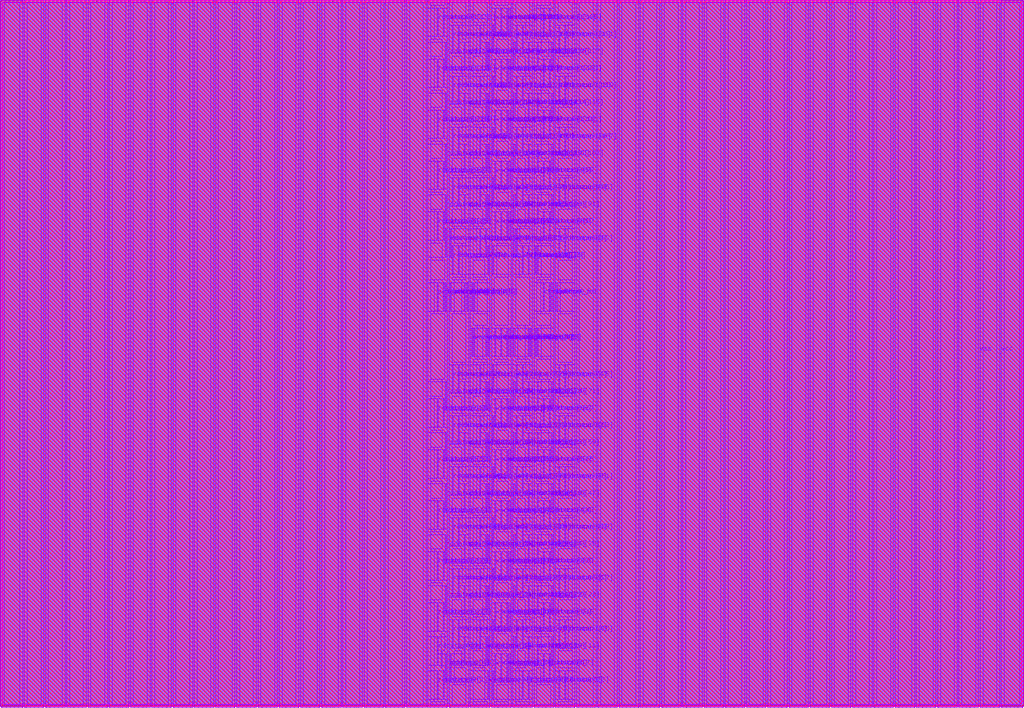
<source format=lef>
VERSION 5.8 ;
BUSBITCHARS "[]" ;
DIVIDERCHAR "/" ;

UNITS
  DATABASE MICRONS 4000 ;
END UNITS

PROPERTYDEFINITIONS
  MACRO hpml_layer STRING ;
  MACRO heml_layer STRING ;
END PROPERTYDEFINITIONS

MACRO arf132b128e1r1w0cbbehbaa4acw
  CLASS BLOCK ;
  FOREIGN arf132b128e1r1w0cbbehbaa4acw ;
  ORIGIN 0 0 ;
  SIZE 43.2 BY 29.76 ;
  PIN ckrdp0
    DIRECTION INPUT ;
    USE SIGNAL ;
    PORT
      LAYER m7 ;
        RECT 22.928 16.68 22.972 17.88 ;
    END
  END ckrdp0
  PIN ckwrp0
    DIRECTION INPUT ;
    USE SIGNAL ;
    PORT
      LAYER m7 ;
        RECT 19.884 14.76 19.928 15.96 ;
    END
  END ckwrp0
  PIN rdaddrp0[0]
    DIRECTION INPUT ;
    USE SIGNAL ;
    PORT
      LAYER m7 ;
        RECT 18.684 16.68 18.728 17.88 ;
    END
  END rdaddrp0[0]
  PIN rdaddrp0[1]
    DIRECTION INPUT ;
    USE SIGNAL ;
    PORT
      LAYER m7 ;
        RECT 18.772 16.68 18.816 17.88 ;
    END
  END rdaddrp0[1]
  PIN rdaddrp0[2]
    DIRECTION INPUT ;
    USE SIGNAL ;
    PORT
      LAYER m7 ;
        RECT 18.984 16.68 19.028 17.88 ;
    END
  END rdaddrp0[2]
  PIN rdaddrp0[3]
    DIRECTION INPUT ;
    USE SIGNAL ;
    PORT
      LAYER m7 ;
        RECT 19.584 16.68 19.628 17.88 ;
    END
  END rdaddrp0[3]
  PIN rdaddrp0[4]
    DIRECTION INPUT ;
    USE SIGNAL ;
    PORT
      LAYER m7 ;
        RECT 19.672 16.68 19.716 17.88 ;
    END
  END rdaddrp0[4]
  PIN rdaddrp0[5]
    DIRECTION INPUT ;
    USE SIGNAL ;
    PORT
      LAYER m7 ;
        RECT 19.884 16.68 19.928 17.88 ;
    END
  END rdaddrp0[5]
  PIN rdaddrp0[6]
    DIRECTION INPUT ;
    USE SIGNAL ;
    PORT
      LAYER m7 ;
        RECT 19.972 16.68 20.016 17.88 ;
    END
  END rdaddrp0[6]
  PIN rdaddrp0_fd
    DIRECTION INPUT ;
    USE SIGNAL ;
    PORT
      LAYER m7 ;
        RECT 23.184 16.68 23.228 17.88 ;
    END
  END rdaddrp0_fd
  PIN rdaddrp0_rd
    DIRECTION INPUT ;
    USE SIGNAL ;
    PORT
      LAYER m7 ;
        RECT 23.272 16.68 23.316 17.88 ;
    END
  END rdaddrp0_rd
  PIN rdenp0
    DIRECTION INPUT ;
    USE SIGNAL ;
    PORT
      LAYER m7 ;
        RECT 23.484 16.68 23.528 17.88 ;
    END
  END rdenp0
  PIN sdl_initp0
    DIRECTION INPUT ;
    USE SIGNAL ;
    PORT
      LAYER m7 ;
        RECT 18.428 16.68 18.472 17.88 ;
    END
  END sdl_initp0
  PIN wraddrp0[0]
    DIRECTION INPUT ;
    USE SIGNAL ;
    PORT
      LAYER m7 ;
        RECT 21.384 14.76 21.428 15.96 ;
    END
  END wraddrp0[0]
  PIN wraddrp0[1]
    DIRECTION INPUT ;
    USE SIGNAL ;
    PORT
      LAYER m7 ;
        RECT 21.472 14.76 21.516 15.96 ;
    END
  END wraddrp0[1]
  PIN wraddrp0[2]
    DIRECTION INPUT ;
    USE SIGNAL ;
    PORT
      LAYER m7 ;
        RECT 21.684 14.76 21.728 15.96 ;
    END
  END wraddrp0[2]
  PIN wraddrp0[3]
    DIRECTION INPUT ;
    USE SIGNAL ;
    PORT
      LAYER m7 ;
        RECT 22.284 14.76 22.328 15.96 ;
    END
  END wraddrp0[3]
  PIN wraddrp0[4]
    DIRECTION INPUT ;
    USE SIGNAL ;
    PORT
      LAYER m7 ;
        RECT 22.372 14.76 22.416 15.96 ;
    END
  END wraddrp0[4]
  PIN wraddrp0[5]
    DIRECTION INPUT ;
    USE SIGNAL ;
    PORT
      LAYER m7 ;
        RECT 22.584 14.76 22.628 15.96 ;
    END
  END wraddrp0[5]
  PIN wraddrp0[6]
    DIRECTION INPUT ;
    USE SIGNAL ;
    PORT
      LAYER m7 ;
        RECT 22.672 14.76 22.716 15.96 ;
    END
  END wraddrp0[6]
  PIN wraddrp0_fd
    DIRECTION INPUT ;
    USE SIGNAL ;
    PORT
      LAYER m7 ;
        RECT 19.972 14.76 20.016 15.96 ;
    END
  END wraddrp0_fd
  PIN wraddrp0_rd
    DIRECTION INPUT ;
    USE SIGNAL ;
    PORT
      LAYER m7 ;
        RECT 20.484 14.76 20.528 15.96 ;
    END
  END wraddrp0_rd
  PIN wrdatap0[0]
    DIRECTION INPUT ;
    USE SIGNAL ;
    PORT
      LAYER m7 ;
        RECT 20.572 0.24 20.616 1.44 ;
    END
  END wrdatap0[0]
  PIN wrdatap0[100]
    DIRECTION INPUT ;
    USE SIGNAL ;
    PORT
      LAYER m7 ;
        RECT 20.484 22.56 20.528 23.76 ;
    END
  END wrdatap0[100]
  PIN wrdatap0[101]
    DIRECTION INPUT ;
    USE SIGNAL ;
    PORT
      LAYER m7 ;
        RECT 20.572 22.56 20.616 23.76 ;
    END
  END wrdatap0[101]
  PIN wrdatap0[102]
    DIRECTION INPUT ;
    USE SIGNAL ;
    PORT
      LAYER m7 ;
        RECT 22.284 22.56 22.328 23.76 ;
    END
  END wrdatap0[102]
  PIN wrdatap0[103]
    DIRECTION INPUT ;
    USE SIGNAL ;
    PORT
      LAYER m7 ;
        RECT 21.684 22.56 21.728 23.76 ;
    END
  END wrdatap0[103]
  PIN wrdatap0[104]
    DIRECTION INPUT ;
    USE SIGNAL ;
    PORT
      LAYER m7 ;
        RECT 20.228 23.28 20.272 24.48 ;
    END
  END wrdatap0[104]
  PIN wrdatap0[105]
    DIRECTION INPUT ;
    USE SIGNAL ;
    PORT
      LAYER m7 ;
        RECT 20.784 23.28 20.828 24.48 ;
    END
  END wrdatap0[105]
  PIN wrdatap0[106]
    DIRECTION INPUT ;
    USE SIGNAL ;
    PORT
      LAYER m7 ;
        RECT 21.772 23.28 21.816 24.48 ;
    END
  END wrdatap0[106]
  PIN wrdatap0[107]
    DIRECTION INPUT ;
    USE SIGNAL ;
    PORT
      LAYER m7 ;
        RECT 22.028 23.28 22.072 24.48 ;
    END
  END wrdatap0[107]
  PIN wrdatap0[108]
    DIRECTION INPUT ;
    USE SIGNAL ;
    PORT
      LAYER m7 ;
        RECT 20.872 24 20.916 25.2 ;
    END
  END wrdatap0[108]
  PIN wrdatap0[109]
    DIRECTION INPUT ;
    USE SIGNAL ;
    PORT
      LAYER m7 ;
        RECT 21.128 24 21.172 25.2 ;
    END
  END wrdatap0[109]
  PIN wrdatap0[10]
    DIRECTION INPUT ;
    USE SIGNAL ;
    PORT
      LAYER m7 ;
        RECT 22.284 1.68 22.328 2.88 ;
    END
  END wrdatap0[10]
  PIN wrdatap0[110]
    DIRECTION INPUT ;
    USE SIGNAL ;
    PORT
      LAYER m7 ;
        RECT 21.384 24 21.428 25.2 ;
    END
  END wrdatap0[110]
  PIN wrdatap0[111]
    DIRECTION INPUT ;
    USE SIGNAL ;
    PORT
      LAYER m7 ;
        RECT 21.472 24 21.516 25.2 ;
    END
  END wrdatap0[111]
  PIN wrdatap0[112]
    DIRECTION INPUT ;
    USE SIGNAL ;
    PORT
      LAYER m7 ;
        RECT 20.484 24.72 20.528 25.92 ;
    END
  END wrdatap0[112]
  PIN wrdatap0[113]
    DIRECTION INPUT ;
    USE SIGNAL ;
    PORT
      LAYER m7 ;
        RECT 20.572 24.72 20.616 25.92 ;
    END
  END wrdatap0[113]
  PIN wrdatap0[114]
    DIRECTION INPUT ;
    USE SIGNAL ;
    PORT
      LAYER m7 ;
        RECT 22.284 24.72 22.328 25.92 ;
    END
  END wrdatap0[114]
  PIN wrdatap0[115]
    DIRECTION INPUT ;
    USE SIGNAL ;
    PORT
      LAYER m7 ;
        RECT 21.684 24.72 21.728 25.92 ;
    END
  END wrdatap0[115]
  PIN wrdatap0[116]
    DIRECTION INPUT ;
    USE SIGNAL ;
    PORT
      LAYER m7 ;
        RECT 20.228 25.44 20.272 26.64 ;
    END
  END wrdatap0[116]
  PIN wrdatap0[117]
    DIRECTION INPUT ;
    USE SIGNAL ;
    PORT
      LAYER m7 ;
        RECT 20.784 25.44 20.828 26.64 ;
    END
  END wrdatap0[117]
  PIN wrdatap0[118]
    DIRECTION INPUT ;
    USE SIGNAL ;
    PORT
      LAYER m7 ;
        RECT 21.772 25.44 21.816 26.64 ;
    END
  END wrdatap0[118]
  PIN wrdatap0[119]
    DIRECTION INPUT ;
    USE SIGNAL ;
    PORT
      LAYER m7 ;
        RECT 22.028 25.44 22.072 26.64 ;
    END
  END wrdatap0[119]
  PIN wrdatap0[11]
    DIRECTION INPUT ;
    USE SIGNAL ;
    PORT
      LAYER m7 ;
        RECT 21.684 1.68 21.728 2.88 ;
    END
  END wrdatap0[11]
  PIN wrdatap0[120]
    DIRECTION INPUT ;
    USE SIGNAL ;
    PORT
      LAYER m7 ;
        RECT 20.872 26.16 20.916 27.36 ;
    END
  END wrdatap0[120]
  PIN wrdatap0[121]
    DIRECTION INPUT ;
    USE SIGNAL ;
    PORT
      LAYER m7 ;
        RECT 21.128 26.16 21.172 27.36 ;
    END
  END wrdatap0[121]
  PIN wrdatap0[122]
    DIRECTION INPUT ;
    USE SIGNAL ;
    PORT
      LAYER m7 ;
        RECT 21.384 26.16 21.428 27.36 ;
    END
  END wrdatap0[122]
  PIN wrdatap0[123]
    DIRECTION INPUT ;
    USE SIGNAL ;
    PORT
      LAYER m7 ;
        RECT 21.472 26.16 21.516 27.36 ;
    END
  END wrdatap0[123]
  PIN wrdatap0[124]
    DIRECTION INPUT ;
    USE SIGNAL ;
    PORT
      LAYER m7 ;
        RECT 20.484 26.88 20.528 28.08 ;
    END
  END wrdatap0[124]
  PIN wrdatap0[125]
    DIRECTION INPUT ;
    USE SIGNAL ;
    PORT
      LAYER m7 ;
        RECT 20.572 26.88 20.616 28.08 ;
    END
  END wrdatap0[125]
  PIN wrdatap0[126]
    DIRECTION INPUT ;
    USE SIGNAL ;
    PORT
      LAYER m7 ;
        RECT 22.284 26.88 22.328 28.08 ;
    END
  END wrdatap0[126]
  PIN wrdatap0[127]
    DIRECTION INPUT ;
    USE SIGNAL ;
    PORT
      LAYER m7 ;
        RECT 21.684 26.88 21.728 28.08 ;
    END
  END wrdatap0[127]
  PIN wrdatap0[128]
    DIRECTION INPUT ;
    USE SIGNAL ;
    PORT
      LAYER m7 ;
        RECT 20.228 27.6 20.272 28.8 ;
    END
  END wrdatap0[128]
  PIN wrdatap0[129]
    DIRECTION INPUT ;
    USE SIGNAL ;
    PORT
      LAYER m7 ;
        RECT 20.784 27.6 20.828 28.8 ;
    END
  END wrdatap0[129]
  PIN wrdatap0[12]
    DIRECTION INPUT ;
    USE SIGNAL ;
    PORT
      LAYER m7 ;
        RECT 20.228 2.4 20.272 3.6 ;
    END
  END wrdatap0[12]
  PIN wrdatap0[130]
    DIRECTION INPUT ;
    USE SIGNAL ;
    PORT
      LAYER m7 ;
        RECT 21.772 27.6 21.816 28.8 ;
    END
  END wrdatap0[130]
  PIN wrdatap0[131]
    DIRECTION INPUT ;
    USE SIGNAL ;
    PORT
      LAYER m7 ;
        RECT 22.028 27.6 22.072 28.8 ;
    END
  END wrdatap0[131]
  PIN wrdatap0[132]
    DIRECTION INPUT ;
    USE SIGNAL ;
    PORT
      LAYER m7 ;
        RECT 20.872 28.32 20.916 29.52 ;
    END
  END wrdatap0[132]
  PIN wrdatap0[133]
    DIRECTION INPUT ;
    USE SIGNAL ;
    PORT
      LAYER m7 ;
        RECT 21.128 28.32 21.172 29.52 ;
    END
  END wrdatap0[133]
  PIN wrdatap0[134]
    DIRECTION INPUT ;
    USE SIGNAL ;
    PORT
      LAYER m7 ;
        RECT 21.384 28.32 21.428 29.52 ;
    END
  END wrdatap0[134]
  PIN wrdatap0[135]
    DIRECTION INPUT ;
    USE SIGNAL ;
    PORT
      LAYER m7 ;
        RECT 21.472 28.32 21.516 29.52 ;
    END
  END wrdatap0[135]
  PIN wrdatap0[13]
    DIRECTION INPUT ;
    USE SIGNAL ;
    PORT
      LAYER m7 ;
        RECT 20.784 2.4 20.828 3.6 ;
    END
  END wrdatap0[13]
  PIN wrdatap0[14]
    DIRECTION INPUT ;
    USE SIGNAL ;
    PORT
      LAYER m7 ;
        RECT 21.772 2.4 21.816 3.6 ;
    END
  END wrdatap0[14]
  PIN wrdatap0[15]
    DIRECTION INPUT ;
    USE SIGNAL ;
    PORT
      LAYER m7 ;
        RECT 22.028 2.4 22.072 3.6 ;
    END
  END wrdatap0[15]
  PIN wrdatap0[16]
    DIRECTION INPUT ;
    USE SIGNAL ;
    PORT
      LAYER m7 ;
        RECT 20.872 3.12 20.916 4.32 ;
    END
  END wrdatap0[16]
  PIN wrdatap0[17]
    DIRECTION INPUT ;
    USE SIGNAL ;
    PORT
      LAYER m7 ;
        RECT 21.128 3.12 21.172 4.32 ;
    END
  END wrdatap0[17]
  PIN wrdatap0[18]
    DIRECTION INPUT ;
    USE SIGNAL ;
    PORT
      LAYER m7 ;
        RECT 21.384 3.12 21.428 4.32 ;
    END
  END wrdatap0[18]
  PIN wrdatap0[19]
    DIRECTION INPUT ;
    USE SIGNAL ;
    PORT
      LAYER m7 ;
        RECT 21.472 3.12 21.516 4.32 ;
    END
  END wrdatap0[19]
  PIN wrdatap0[1]
    DIRECTION INPUT ;
    USE SIGNAL ;
    PORT
      LAYER m7 ;
        RECT 20.784 0.24 20.828 1.44 ;
    END
  END wrdatap0[1]
  PIN wrdatap0[20]
    DIRECTION INPUT ;
    USE SIGNAL ;
    PORT
      LAYER m7 ;
        RECT 20.484 3.84 20.528 5.04 ;
    END
  END wrdatap0[20]
  PIN wrdatap0[21]
    DIRECTION INPUT ;
    USE SIGNAL ;
    PORT
      LAYER m7 ;
        RECT 20.572 3.84 20.616 5.04 ;
    END
  END wrdatap0[21]
  PIN wrdatap0[22]
    DIRECTION INPUT ;
    USE SIGNAL ;
    PORT
      LAYER m7 ;
        RECT 22.284 3.84 22.328 5.04 ;
    END
  END wrdatap0[22]
  PIN wrdatap0[23]
    DIRECTION INPUT ;
    USE SIGNAL ;
    PORT
      LAYER m7 ;
        RECT 21.684 3.84 21.728 5.04 ;
    END
  END wrdatap0[23]
  PIN wrdatap0[24]
    DIRECTION INPUT ;
    USE SIGNAL ;
    PORT
      LAYER m7 ;
        RECT 20.228 4.56 20.272 5.76 ;
    END
  END wrdatap0[24]
  PIN wrdatap0[25]
    DIRECTION INPUT ;
    USE SIGNAL ;
    PORT
      LAYER m7 ;
        RECT 20.784 4.56 20.828 5.76 ;
    END
  END wrdatap0[25]
  PIN wrdatap0[26]
    DIRECTION INPUT ;
    USE SIGNAL ;
    PORT
      LAYER m7 ;
        RECT 21.772 4.56 21.816 5.76 ;
    END
  END wrdatap0[26]
  PIN wrdatap0[27]
    DIRECTION INPUT ;
    USE SIGNAL ;
    PORT
      LAYER m7 ;
        RECT 22.028 4.56 22.072 5.76 ;
    END
  END wrdatap0[27]
  PIN wrdatap0[28]
    DIRECTION INPUT ;
    USE SIGNAL ;
    PORT
      LAYER m7 ;
        RECT 20.872 5.28 20.916 6.48 ;
    END
  END wrdatap0[28]
  PIN wrdatap0[29]
    DIRECTION INPUT ;
    USE SIGNAL ;
    PORT
      LAYER m7 ;
        RECT 21.128 5.28 21.172 6.48 ;
    END
  END wrdatap0[29]
  PIN wrdatap0[2]
    DIRECTION INPUT ;
    USE SIGNAL ;
    PORT
      LAYER m7 ;
        RECT 22.028 0.24 22.072 1.44 ;
    END
  END wrdatap0[2]
  PIN wrdatap0[30]
    DIRECTION INPUT ;
    USE SIGNAL ;
    PORT
      LAYER m7 ;
        RECT 21.384 5.28 21.428 6.48 ;
    END
  END wrdatap0[30]
  PIN wrdatap0[31]
    DIRECTION INPUT ;
    USE SIGNAL ;
    PORT
      LAYER m7 ;
        RECT 21.472 5.28 21.516 6.48 ;
    END
  END wrdatap0[31]
  PIN wrdatap0[32]
    DIRECTION INPUT ;
    USE SIGNAL ;
    PORT
      LAYER m7 ;
        RECT 20.484 6 20.528 7.2 ;
    END
  END wrdatap0[32]
  PIN wrdatap0[33]
    DIRECTION INPUT ;
    USE SIGNAL ;
    PORT
      LAYER m7 ;
        RECT 20.572 6 20.616 7.2 ;
    END
  END wrdatap0[33]
  PIN wrdatap0[34]
    DIRECTION INPUT ;
    USE SIGNAL ;
    PORT
      LAYER m7 ;
        RECT 22.284 6 22.328 7.2 ;
    END
  END wrdatap0[34]
  PIN wrdatap0[35]
    DIRECTION INPUT ;
    USE SIGNAL ;
    PORT
      LAYER m7 ;
        RECT 21.684 6 21.728 7.2 ;
    END
  END wrdatap0[35]
  PIN wrdatap0[36]
    DIRECTION INPUT ;
    USE SIGNAL ;
    PORT
      LAYER m7 ;
        RECT 20.228 6.72 20.272 7.92 ;
    END
  END wrdatap0[36]
  PIN wrdatap0[37]
    DIRECTION INPUT ;
    USE SIGNAL ;
    PORT
      LAYER m7 ;
        RECT 20.784 6.72 20.828 7.92 ;
    END
  END wrdatap0[37]
  PIN wrdatap0[38]
    DIRECTION INPUT ;
    USE SIGNAL ;
    PORT
      LAYER m7 ;
        RECT 21.772 6.72 21.816 7.92 ;
    END
  END wrdatap0[38]
  PIN wrdatap0[39]
    DIRECTION INPUT ;
    USE SIGNAL ;
    PORT
      LAYER m7 ;
        RECT 22.028 6.72 22.072 7.92 ;
    END
  END wrdatap0[39]
  PIN wrdatap0[3]
    DIRECTION INPUT ;
    USE SIGNAL ;
    PORT
      LAYER m7 ;
        RECT 22.284 0.24 22.328 1.44 ;
    END
  END wrdatap0[3]
  PIN wrdatap0[40]
    DIRECTION INPUT ;
    USE SIGNAL ;
    PORT
      LAYER m7 ;
        RECT 20.872 7.44 20.916 8.64 ;
    END
  END wrdatap0[40]
  PIN wrdatap0[41]
    DIRECTION INPUT ;
    USE SIGNAL ;
    PORT
      LAYER m7 ;
        RECT 21.128 7.44 21.172 8.64 ;
    END
  END wrdatap0[41]
  PIN wrdatap0[42]
    DIRECTION INPUT ;
    USE SIGNAL ;
    PORT
      LAYER m7 ;
        RECT 21.384 7.44 21.428 8.64 ;
    END
  END wrdatap0[42]
  PIN wrdatap0[43]
    DIRECTION INPUT ;
    USE SIGNAL ;
    PORT
      LAYER m7 ;
        RECT 21.472 7.44 21.516 8.64 ;
    END
  END wrdatap0[43]
  PIN wrdatap0[44]
    DIRECTION INPUT ;
    USE SIGNAL ;
    PORT
      LAYER m7 ;
        RECT 20.484 8.16 20.528 9.36 ;
    END
  END wrdatap0[44]
  PIN wrdatap0[45]
    DIRECTION INPUT ;
    USE SIGNAL ;
    PORT
      LAYER m7 ;
        RECT 20.572 8.16 20.616 9.36 ;
    END
  END wrdatap0[45]
  PIN wrdatap0[46]
    DIRECTION INPUT ;
    USE SIGNAL ;
    PORT
      LAYER m7 ;
        RECT 22.284 8.16 22.328 9.36 ;
    END
  END wrdatap0[46]
  PIN wrdatap0[47]
    DIRECTION INPUT ;
    USE SIGNAL ;
    PORT
      LAYER m7 ;
        RECT 21.684 8.16 21.728 9.36 ;
    END
  END wrdatap0[47]
  PIN wrdatap0[48]
    DIRECTION INPUT ;
    USE SIGNAL ;
    PORT
      LAYER m7 ;
        RECT 20.228 8.88 20.272 10.08 ;
    END
  END wrdatap0[48]
  PIN wrdatap0[49]
    DIRECTION INPUT ;
    USE SIGNAL ;
    PORT
      LAYER m7 ;
        RECT 20.784 8.88 20.828 10.08 ;
    END
  END wrdatap0[49]
  PIN wrdatap0[4]
    DIRECTION INPUT ;
    USE SIGNAL ;
    PORT
      LAYER m7 ;
        RECT 20.872 0.96 20.916 2.16 ;
    END
  END wrdatap0[4]
  PIN wrdatap0[50]
    DIRECTION INPUT ;
    USE SIGNAL ;
    PORT
      LAYER m7 ;
        RECT 21.772 8.88 21.816 10.08 ;
    END
  END wrdatap0[50]
  PIN wrdatap0[51]
    DIRECTION INPUT ;
    USE SIGNAL ;
    PORT
      LAYER m7 ;
        RECT 22.028 8.88 22.072 10.08 ;
    END
  END wrdatap0[51]
  PIN wrdatap0[52]
    DIRECTION INPUT ;
    USE SIGNAL ;
    PORT
      LAYER m7 ;
        RECT 20.872 9.6 20.916 10.8 ;
    END
  END wrdatap0[52]
  PIN wrdatap0[53]
    DIRECTION INPUT ;
    USE SIGNAL ;
    PORT
      LAYER m7 ;
        RECT 21.128 9.6 21.172 10.8 ;
    END
  END wrdatap0[53]
  PIN wrdatap0[54]
    DIRECTION INPUT ;
    USE SIGNAL ;
    PORT
      LAYER m7 ;
        RECT 21.384 9.6 21.428 10.8 ;
    END
  END wrdatap0[54]
  PIN wrdatap0[55]
    DIRECTION INPUT ;
    USE SIGNAL ;
    PORT
      LAYER m7 ;
        RECT 21.472 9.6 21.516 10.8 ;
    END
  END wrdatap0[55]
  PIN wrdatap0[56]
    DIRECTION INPUT ;
    USE SIGNAL ;
    PORT
      LAYER m7 ;
        RECT 20.484 10.32 20.528 11.52 ;
    END
  END wrdatap0[56]
  PIN wrdatap0[57]
    DIRECTION INPUT ;
    USE SIGNAL ;
    PORT
      LAYER m7 ;
        RECT 20.572 10.32 20.616 11.52 ;
    END
  END wrdatap0[57]
  PIN wrdatap0[58]
    DIRECTION INPUT ;
    USE SIGNAL ;
    PORT
      LAYER m7 ;
        RECT 22.284 10.32 22.328 11.52 ;
    END
  END wrdatap0[58]
  PIN wrdatap0[59]
    DIRECTION INPUT ;
    USE SIGNAL ;
    PORT
      LAYER m7 ;
        RECT 21.684 10.32 21.728 11.52 ;
    END
  END wrdatap0[59]
  PIN wrdatap0[5]
    DIRECTION INPUT ;
    USE SIGNAL ;
    PORT
      LAYER m7 ;
        RECT 21.128 0.96 21.172 2.16 ;
    END
  END wrdatap0[5]
  PIN wrdatap0[60]
    DIRECTION INPUT ;
    USE SIGNAL ;
    PORT
      LAYER m7 ;
        RECT 20.228 11.04 20.272 12.24 ;
    END
  END wrdatap0[60]
  PIN wrdatap0[61]
    DIRECTION INPUT ;
    USE SIGNAL ;
    PORT
      LAYER m7 ;
        RECT 20.784 11.04 20.828 12.24 ;
    END
  END wrdatap0[61]
  PIN wrdatap0[62]
    DIRECTION INPUT ;
    USE SIGNAL ;
    PORT
      LAYER m7 ;
        RECT 21.772 11.04 21.816 12.24 ;
    END
  END wrdatap0[62]
  PIN wrdatap0[63]
    DIRECTION INPUT ;
    USE SIGNAL ;
    PORT
      LAYER m7 ;
        RECT 22.028 11.04 22.072 12.24 ;
    END
  END wrdatap0[63]
  PIN wrdatap0[64]
    DIRECTION INPUT ;
    USE SIGNAL ;
    PORT
      LAYER m7 ;
        RECT 20.872 11.76 20.916 12.96 ;
    END
  END wrdatap0[64]
  PIN wrdatap0[65]
    DIRECTION INPUT ;
    USE SIGNAL ;
    PORT
      LAYER m7 ;
        RECT 21.128 11.76 21.172 12.96 ;
    END
  END wrdatap0[65]
  PIN wrdatap0[66]
    DIRECTION INPUT ;
    USE SIGNAL ;
    PORT
      LAYER m7 ;
        RECT 21.384 11.76 21.428 12.96 ;
    END
  END wrdatap0[66]
  PIN wrdatap0[67]
    DIRECTION INPUT ;
    USE SIGNAL ;
    PORT
      LAYER m7 ;
        RECT 21.472 11.76 21.516 12.96 ;
    END
  END wrdatap0[67]
  PIN wrdatap0[68]
    DIRECTION INPUT ;
    USE SIGNAL ;
    PORT
      LAYER m7 ;
        RECT 20.484 12.48 20.528 13.68 ;
    END
  END wrdatap0[68]
  PIN wrdatap0[69]
    DIRECTION INPUT ;
    USE SIGNAL ;
    PORT
      LAYER m7 ;
        RECT 20.572 12.48 20.616 13.68 ;
    END
  END wrdatap0[69]
  PIN wrdatap0[6]
    DIRECTION INPUT ;
    USE SIGNAL ;
    PORT
      LAYER m7 ;
        RECT 21.384 0.96 21.428 2.16 ;
    END
  END wrdatap0[6]
  PIN wrdatap0[70]
    DIRECTION INPUT ;
    USE SIGNAL ;
    PORT
      LAYER m7 ;
        RECT 22.284 12.48 22.328 13.68 ;
    END
  END wrdatap0[70]
  PIN wrdatap0[71]
    DIRECTION INPUT ;
    USE SIGNAL ;
    PORT
      LAYER m7 ;
        RECT 21.684 12.48 21.728 13.68 ;
    END
  END wrdatap0[71]
  PIN wrdatap0[72]
    DIRECTION INPUT ;
    USE SIGNAL ;
    PORT
      LAYER m7 ;
        RECT 20.228 13.2 20.272 14.4 ;
    END
  END wrdatap0[72]
  PIN wrdatap0[73]
    DIRECTION INPUT ;
    USE SIGNAL ;
    PORT
      LAYER m7 ;
        RECT 20.784 13.2 20.828 14.4 ;
    END
  END wrdatap0[73]
  PIN wrdatap0[74]
    DIRECTION INPUT ;
    USE SIGNAL ;
    PORT
      LAYER m7 ;
        RECT 21.772 13.2 21.816 14.4 ;
    END
  END wrdatap0[74]
  PIN wrdatap0[75]
    DIRECTION INPUT ;
    USE SIGNAL ;
    PORT
      LAYER m7 ;
        RECT 22.028 13.2 22.072 14.4 ;
    END
  END wrdatap0[75]
  PIN wrdatap0[76]
    DIRECTION INPUT ;
    USE SIGNAL ;
    PORT
      LAYER m7 ;
        RECT 20.572 18.24 20.616 19.44 ;
    END
  END wrdatap0[76]
  PIN wrdatap0[77]
    DIRECTION INPUT ;
    USE SIGNAL ;
    PORT
      LAYER m7 ;
        RECT 20.784 18.24 20.828 19.44 ;
    END
  END wrdatap0[77]
  PIN wrdatap0[78]
    DIRECTION INPUT ;
    USE SIGNAL ;
    PORT
      LAYER m7 ;
        RECT 22.028 18.24 22.072 19.44 ;
    END
  END wrdatap0[78]
  PIN wrdatap0[79]
    DIRECTION INPUT ;
    USE SIGNAL ;
    PORT
      LAYER m7 ;
        RECT 22.284 18.24 22.328 19.44 ;
    END
  END wrdatap0[79]
  PIN wrdatap0[7]
    DIRECTION INPUT ;
    USE SIGNAL ;
    PORT
      LAYER m7 ;
        RECT 21.472 0.96 21.516 2.16 ;
    END
  END wrdatap0[7]
  PIN wrdatap0[80]
    DIRECTION INPUT ;
    USE SIGNAL ;
    PORT
      LAYER m7 ;
        RECT 20.228 18.96 20.272 20.16 ;
    END
  END wrdatap0[80]
  PIN wrdatap0[81]
    DIRECTION INPUT ;
    USE SIGNAL ;
    PORT
      LAYER m7 ;
        RECT 20.484 18.96 20.528 20.16 ;
    END
  END wrdatap0[81]
  PIN wrdatap0[82]
    DIRECTION INPUT ;
    USE SIGNAL ;
    PORT
      LAYER m7 ;
        RECT 21.684 18.96 21.728 20.16 ;
    END
  END wrdatap0[82]
  PIN wrdatap0[83]
    DIRECTION INPUT ;
    USE SIGNAL ;
    PORT
      LAYER m7 ;
        RECT 21.772 18.96 21.816 20.16 ;
    END
  END wrdatap0[83]
  PIN wrdatap0[84]
    DIRECTION INPUT ;
    USE SIGNAL ;
    PORT
      LAYER m7 ;
        RECT 20.872 19.68 20.916 20.88 ;
    END
  END wrdatap0[84]
  PIN wrdatap0[85]
    DIRECTION INPUT ;
    USE SIGNAL ;
    PORT
      LAYER m7 ;
        RECT 21.128 19.68 21.172 20.88 ;
    END
  END wrdatap0[85]
  PIN wrdatap0[86]
    DIRECTION INPUT ;
    USE SIGNAL ;
    PORT
      LAYER m7 ;
        RECT 21.384 19.68 21.428 20.88 ;
    END
  END wrdatap0[86]
  PIN wrdatap0[87]
    DIRECTION INPUT ;
    USE SIGNAL ;
    PORT
      LAYER m7 ;
        RECT 21.472 19.68 21.516 20.88 ;
    END
  END wrdatap0[87]
  PIN wrdatap0[88]
    DIRECTION INPUT ;
    USE SIGNAL ;
    PORT
      LAYER m7 ;
        RECT 20.484 20.4 20.528 21.6 ;
    END
  END wrdatap0[88]
  PIN wrdatap0[89]
    DIRECTION INPUT ;
    USE SIGNAL ;
    PORT
      LAYER m7 ;
        RECT 20.572 20.4 20.616 21.6 ;
    END
  END wrdatap0[89]
  PIN wrdatap0[8]
    DIRECTION INPUT ;
    USE SIGNAL ;
    PORT
      LAYER m7 ;
        RECT 20.484 1.68 20.528 2.88 ;
    END
  END wrdatap0[8]
  PIN wrdatap0[90]
    DIRECTION INPUT ;
    USE SIGNAL ;
    PORT
      LAYER m7 ;
        RECT 22.284 20.4 22.328 21.6 ;
    END
  END wrdatap0[90]
  PIN wrdatap0[91]
    DIRECTION INPUT ;
    USE SIGNAL ;
    PORT
      LAYER m7 ;
        RECT 21.684 20.4 21.728 21.6 ;
    END
  END wrdatap0[91]
  PIN wrdatap0[92]
    DIRECTION INPUT ;
    USE SIGNAL ;
    PORT
      LAYER m7 ;
        RECT 20.228 21.12 20.272 22.32 ;
    END
  END wrdatap0[92]
  PIN wrdatap0[93]
    DIRECTION INPUT ;
    USE SIGNAL ;
    PORT
      LAYER m7 ;
        RECT 20.784 21.12 20.828 22.32 ;
    END
  END wrdatap0[93]
  PIN wrdatap0[94]
    DIRECTION INPUT ;
    USE SIGNAL ;
    PORT
      LAYER m7 ;
        RECT 21.772 21.12 21.816 22.32 ;
    END
  END wrdatap0[94]
  PIN wrdatap0[95]
    DIRECTION INPUT ;
    USE SIGNAL ;
    PORT
      LAYER m7 ;
        RECT 22.028 21.12 22.072 22.32 ;
    END
  END wrdatap0[95]
  PIN wrdatap0[96]
    DIRECTION INPUT ;
    USE SIGNAL ;
    PORT
      LAYER m7 ;
        RECT 20.872 21.84 20.916 23.04 ;
    END
  END wrdatap0[96]
  PIN wrdatap0[97]
    DIRECTION INPUT ;
    USE SIGNAL ;
    PORT
      LAYER m7 ;
        RECT 21.128 21.84 21.172 23.04 ;
    END
  END wrdatap0[97]
  PIN wrdatap0[98]
    DIRECTION INPUT ;
    USE SIGNAL ;
    PORT
      LAYER m7 ;
        RECT 21.384 21.84 21.428 23.04 ;
    END
  END wrdatap0[98]
  PIN wrdatap0[99]
    DIRECTION INPUT ;
    USE SIGNAL ;
    PORT
      LAYER m7 ;
        RECT 21.472 21.84 21.516 23.04 ;
    END
  END wrdatap0[99]
  PIN wrdatap0[9]
    DIRECTION INPUT ;
    USE SIGNAL ;
    PORT
      LAYER m7 ;
        RECT 20.572 1.68 20.616 2.88 ;
    END
  END wrdatap0[9]
  PIN wrdatap0_fd
    DIRECTION INPUT ;
    USE SIGNAL ;
    PORT
      LAYER m7 ;
        RECT 20.872 14.76 20.916 15.96 ;
    END
  END wrdatap0_fd
  PIN wrdatap0_rd
    DIRECTION INPUT ;
    USE SIGNAL ;
    PORT
      LAYER m7 ;
        RECT 21.128 14.76 21.172 15.96 ;
    END
  END wrdatap0_rd
  PIN wrenp0
    DIRECTION INPUT ;
    USE SIGNAL ;
    PORT
      LAYER m7 ;
        RECT 20.572 14.76 20.616 15.96 ;
    END
  END wrenp0
  PIN rddatap0[0]
    DIRECTION OUTPUT ;
    USE SIGNAL ;
    PORT
      LAYER m7 ;
        RECT 18.428 0.24 18.472 1.44 ;
    END
  END rddatap0[0]
  PIN rddatap0[100]
    DIRECTION OUTPUT ;
    USE SIGNAL ;
    PORT
      LAYER m7 ;
        RECT 19.584 22.56 19.628 23.76 ;
    END
  END rddatap0[100]
  PIN rddatap0[101]
    DIRECTION OUTPUT ;
    USE SIGNAL ;
    PORT
      LAYER m7 ;
        RECT 18.772 22.56 18.816 23.76 ;
    END
  END rddatap0[101]
  PIN rddatap0[102]
    DIRECTION OUTPUT ;
    USE SIGNAL ;
    PORT
      LAYER m7 ;
        RECT 22.672 22.56 22.716 23.76 ;
    END
  END rddatap0[102]
  PIN rddatap0[103]
    DIRECTION OUTPUT ;
    USE SIGNAL ;
    PORT
      LAYER m7 ;
        RECT 23.272 22.56 23.316 23.76 ;
    END
  END rddatap0[103]
  PIN rddatap0[104]
    DIRECTION OUTPUT ;
    USE SIGNAL ;
    PORT
      LAYER m7 ;
        RECT 19.072 23.28 19.116 24.48 ;
    END
  END rddatap0[104]
  PIN rddatap0[105]
    DIRECTION OUTPUT ;
    USE SIGNAL ;
    PORT
      LAYER m7 ;
        RECT 19.328 23.28 19.372 24.48 ;
    END
  END rddatap0[105]
  PIN rddatap0[106]
    DIRECTION OUTPUT ;
    USE SIGNAL ;
    PORT
      LAYER m7 ;
        RECT 23.572 23.28 23.616 24.48 ;
    END
  END rddatap0[106]
  PIN rddatap0[107]
    DIRECTION OUTPUT ;
    USE SIGNAL ;
    PORT
      LAYER m7 ;
        RECT 23.828 23.28 23.872 24.48 ;
    END
  END rddatap0[107]
  PIN rddatap0[108]
    DIRECTION OUTPUT ;
    USE SIGNAL ;
    PORT
      LAYER m7 ;
        RECT 18.428 24 18.472 25.2 ;
    END
  END rddatap0[108]
  PIN rddatap0[109]
    DIRECTION OUTPUT ;
    USE SIGNAL ;
    PORT
      LAYER m7 ;
        RECT 18.684 24 18.728 25.2 ;
    END
  END rddatap0[109]
  PIN rddatap0[10]
    DIRECTION OUTPUT ;
    USE SIGNAL ;
    PORT
      LAYER m7 ;
        RECT 22.672 1.68 22.716 2.88 ;
    END
  END rddatap0[10]
  PIN rddatap0[110]
    DIRECTION OUTPUT ;
    USE SIGNAL ;
    PORT
      LAYER m7 ;
        RECT 22.928 24 22.972 25.2 ;
    END
  END rddatap0[110]
  PIN rddatap0[111]
    DIRECTION OUTPUT ;
    USE SIGNAL ;
    PORT
      LAYER m7 ;
        RECT 23.184 24 23.228 25.2 ;
    END
  END rddatap0[111]
  PIN rddatap0[112]
    DIRECTION OUTPUT ;
    USE SIGNAL ;
    PORT
      LAYER m7 ;
        RECT 19.584 24.72 19.628 25.92 ;
    END
  END rddatap0[112]
  PIN rddatap0[113]
    DIRECTION OUTPUT ;
    USE SIGNAL ;
    PORT
      LAYER m7 ;
        RECT 18.772 24.72 18.816 25.92 ;
    END
  END rddatap0[113]
  PIN rddatap0[114]
    DIRECTION OUTPUT ;
    USE SIGNAL ;
    PORT
      LAYER m7 ;
        RECT 22.672 24.72 22.716 25.92 ;
    END
  END rddatap0[114]
  PIN rddatap0[115]
    DIRECTION OUTPUT ;
    USE SIGNAL ;
    PORT
      LAYER m7 ;
        RECT 23.272 24.72 23.316 25.92 ;
    END
  END rddatap0[115]
  PIN rddatap0[116]
    DIRECTION OUTPUT ;
    USE SIGNAL ;
    PORT
      LAYER m7 ;
        RECT 19.072 25.44 19.116 26.64 ;
    END
  END rddatap0[116]
  PIN rddatap0[117]
    DIRECTION OUTPUT ;
    USE SIGNAL ;
    PORT
      LAYER m7 ;
        RECT 19.328 25.44 19.372 26.64 ;
    END
  END rddatap0[117]
  PIN rddatap0[118]
    DIRECTION OUTPUT ;
    USE SIGNAL ;
    PORT
      LAYER m7 ;
        RECT 23.572 25.44 23.616 26.64 ;
    END
  END rddatap0[118]
  PIN rddatap0[119]
    DIRECTION OUTPUT ;
    USE SIGNAL ;
    PORT
      LAYER m7 ;
        RECT 23.828 25.44 23.872 26.64 ;
    END
  END rddatap0[119]
  PIN rddatap0[11]
    DIRECTION OUTPUT ;
    USE SIGNAL ;
    PORT
      LAYER m7 ;
        RECT 23.272 1.68 23.316 2.88 ;
    END
  END rddatap0[11]
  PIN rddatap0[120]
    DIRECTION OUTPUT ;
    USE SIGNAL ;
    PORT
      LAYER m7 ;
        RECT 18.428 26.16 18.472 27.36 ;
    END
  END rddatap0[120]
  PIN rddatap0[121]
    DIRECTION OUTPUT ;
    USE SIGNAL ;
    PORT
      LAYER m7 ;
        RECT 18.684 26.16 18.728 27.36 ;
    END
  END rddatap0[121]
  PIN rddatap0[122]
    DIRECTION OUTPUT ;
    USE SIGNAL ;
    PORT
      LAYER m7 ;
        RECT 22.928 26.16 22.972 27.36 ;
    END
  END rddatap0[122]
  PIN rddatap0[123]
    DIRECTION OUTPUT ;
    USE SIGNAL ;
    PORT
      LAYER m7 ;
        RECT 23.184 26.16 23.228 27.36 ;
    END
  END rddatap0[123]
  PIN rddatap0[124]
    DIRECTION OUTPUT ;
    USE SIGNAL ;
    PORT
      LAYER m7 ;
        RECT 19.584 26.88 19.628 28.08 ;
    END
  END rddatap0[124]
  PIN rddatap0[125]
    DIRECTION OUTPUT ;
    USE SIGNAL ;
    PORT
      LAYER m7 ;
        RECT 18.772 26.88 18.816 28.08 ;
    END
  END rddatap0[125]
  PIN rddatap0[126]
    DIRECTION OUTPUT ;
    USE SIGNAL ;
    PORT
      LAYER m7 ;
        RECT 22.672 26.88 22.716 28.08 ;
    END
  END rddatap0[126]
  PIN rddatap0[127]
    DIRECTION OUTPUT ;
    USE SIGNAL ;
    PORT
      LAYER m7 ;
        RECT 23.272 26.88 23.316 28.08 ;
    END
  END rddatap0[127]
  PIN rddatap0[128]
    DIRECTION OUTPUT ;
    USE SIGNAL ;
    PORT
      LAYER m7 ;
        RECT 19.072 27.6 19.116 28.8 ;
    END
  END rddatap0[128]
  PIN rddatap0[129]
    DIRECTION OUTPUT ;
    USE SIGNAL ;
    PORT
      LAYER m7 ;
        RECT 19.328 27.6 19.372 28.8 ;
    END
  END rddatap0[129]
  PIN rddatap0[12]
    DIRECTION OUTPUT ;
    USE SIGNAL ;
    PORT
      LAYER m7 ;
        RECT 19.072 2.4 19.116 3.6 ;
    END
  END rddatap0[12]
  PIN rddatap0[130]
    DIRECTION OUTPUT ;
    USE SIGNAL ;
    PORT
      LAYER m7 ;
        RECT 23.572 27.6 23.616 28.8 ;
    END
  END rddatap0[130]
  PIN rddatap0[131]
    DIRECTION OUTPUT ;
    USE SIGNAL ;
    PORT
      LAYER m7 ;
        RECT 23.828 27.6 23.872 28.8 ;
    END
  END rddatap0[131]
  PIN rddatap0[132]
    DIRECTION OUTPUT ;
    USE SIGNAL ;
    PORT
      LAYER m7 ;
        RECT 18.428 28.32 18.472 29.52 ;
    END
  END rddatap0[132]
  PIN rddatap0[133]
    DIRECTION OUTPUT ;
    USE SIGNAL ;
    PORT
      LAYER m7 ;
        RECT 18.684 28.32 18.728 29.52 ;
    END
  END rddatap0[133]
  PIN rddatap0[134]
    DIRECTION OUTPUT ;
    USE SIGNAL ;
    PORT
      LAYER m7 ;
        RECT 22.928 28.32 22.972 29.52 ;
    END
  END rddatap0[134]
  PIN rddatap0[135]
    DIRECTION OUTPUT ;
    USE SIGNAL ;
    PORT
      LAYER m7 ;
        RECT 23.184 28.32 23.228 29.52 ;
    END
  END rddatap0[135]
  PIN rddatap0[13]
    DIRECTION OUTPUT ;
    USE SIGNAL ;
    PORT
      LAYER m7 ;
        RECT 19.328 2.4 19.372 3.6 ;
    END
  END rddatap0[13]
  PIN rddatap0[14]
    DIRECTION OUTPUT ;
    USE SIGNAL ;
    PORT
      LAYER m7 ;
        RECT 23.572 2.4 23.616 3.6 ;
    END
  END rddatap0[14]
  PIN rddatap0[15]
    DIRECTION OUTPUT ;
    USE SIGNAL ;
    PORT
      LAYER m7 ;
        RECT 23.828 2.4 23.872 3.6 ;
    END
  END rddatap0[15]
  PIN rddatap0[16]
    DIRECTION OUTPUT ;
    USE SIGNAL ;
    PORT
      LAYER m7 ;
        RECT 18.428 3.12 18.472 4.32 ;
    END
  END rddatap0[16]
  PIN rddatap0[17]
    DIRECTION OUTPUT ;
    USE SIGNAL ;
    PORT
      LAYER m7 ;
        RECT 18.684 3.12 18.728 4.32 ;
    END
  END rddatap0[17]
  PIN rddatap0[18]
    DIRECTION OUTPUT ;
    USE SIGNAL ;
    PORT
      LAYER m7 ;
        RECT 22.928 3.12 22.972 4.32 ;
    END
  END rddatap0[18]
  PIN rddatap0[19]
    DIRECTION OUTPUT ;
    USE SIGNAL ;
    PORT
      LAYER m7 ;
        RECT 23.184 3.12 23.228 4.32 ;
    END
  END rddatap0[19]
  PIN rddatap0[1]
    DIRECTION OUTPUT ;
    USE SIGNAL ;
    PORT
      LAYER m7 ;
        RECT 18.684 0.24 18.728 1.44 ;
    END
  END rddatap0[1]
  PIN rddatap0[20]
    DIRECTION OUTPUT ;
    USE SIGNAL ;
    PORT
      LAYER m7 ;
        RECT 19.584 3.84 19.628 5.04 ;
    END
  END rddatap0[20]
  PIN rddatap0[21]
    DIRECTION OUTPUT ;
    USE SIGNAL ;
    PORT
      LAYER m7 ;
        RECT 18.772 3.84 18.816 5.04 ;
    END
  END rddatap0[21]
  PIN rddatap0[22]
    DIRECTION OUTPUT ;
    USE SIGNAL ;
    PORT
      LAYER m7 ;
        RECT 22.672 3.84 22.716 5.04 ;
    END
  END rddatap0[22]
  PIN rddatap0[23]
    DIRECTION OUTPUT ;
    USE SIGNAL ;
    PORT
      LAYER m7 ;
        RECT 23.272 3.84 23.316 5.04 ;
    END
  END rddatap0[23]
  PIN rddatap0[24]
    DIRECTION OUTPUT ;
    USE SIGNAL ;
    PORT
      LAYER m7 ;
        RECT 19.072 4.56 19.116 5.76 ;
    END
  END rddatap0[24]
  PIN rddatap0[25]
    DIRECTION OUTPUT ;
    USE SIGNAL ;
    PORT
      LAYER m7 ;
        RECT 19.328 4.56 19.372 5.76 ;
    END
  END rddatap0[25]
  PIN rddatap0[26]
    DIRECTION OUTPUT ;
    USE SIGNAL ;
    PORT
      LAYER m7 ;
        RECT 23.572 4.56 23.616 5.76 ;
    END
  END rddatap0[26]
  PIN rddatap0[27]
    DIRECTION OUTPUT ;
    USE SIGNAL ;
    PORT
      LAYER m7 ;
        RECT 23.828 4.56 23.872 5.76 ;
    END
  END rddatap0[27]
  PIN rddatap0[28]
    DIRECTION OUTPUT ;
    USE SIGNAL ;
    PORT
      LAYER m7 ;
        RECT 18.428 5.28 18.472 6.48 ;
    END
  END rddatap0[28]
  PIN rddatap0[29]
    DIRECTION OUTPUT ;
    USE SIGNAL ;
    PORT
      LAYER m7 ;
        RECT 18.684 5.28 18.728 6.48 ;
    END
  END rddatap0[29]
  PIN rddatap0[2]
    DIRECTION OUTPUT ;
    USE SIGNAL ;
    PORT
      LAYER m7 ;
        RECT 23.572 0.24 23.616 1.44 ;
    END
  END rddatap0[2]
  PIN rddatap0[30]
    DIRECTION OUTPUT ;
    USE SIGNAL ;
    PORT
      LAYER m7 ;
        RECT 22.928 5.28 22.972 6.48 ;
    END
  END rddatap0[30]
  PIN rddatap0[31]
    DIRECTION OUTPUT ;
    USE SIGNAL ;
    PORT
      LAYER m7 ;
        RECT 23.184 5.28 23.228 6.48 ;
    END
  END rddatap0[31]
  PIN rddatap0[32]
    DIRECTION OUTPUT ;
    USE SIGNAL ;
    PORT
      LAYER m7 ;
        RECT 19.584 6 19.628 7.2 ;
    END
  END rddatap0[32]
  PIN rddatap0[33]
    DIRECTION OUTPUT ;
    USE SIGNAL ;
    PORT
      LAYER m7 ;
        RECT 18.772 6 18.816 7.2 ;
    END
  END rddatap0[33]
  PIN rddatap0[34]
    DIRECTION OUTPUT ;
    USE SIGNAL ;
    PORT
      LAYER m7 ;
        RECT 22.672 6 22.716 7.2 ;
    END
  END rddatap0[34]
  PIN rddatap0[35]
    DIRECTION OUTPUT ;
    USE SIGNAL ;
    PORT
      LAYER m7 ;
        RECT 23.272 6 23.316 7.2 ;
    END
  END rddatap0[35]
  PIN rddatap0[36]
    DIRECTION OUTPUT ;
    USE SIGNAL ;
    PORT
      LAYER m7 ;
        RECT 19.072 6.72 19.116 7.92 ;
    END
  END rddatap0[36]
  PIN rddatap0[37]
    DIRECTION OUTPUT ;
    USE SIGNAL ;
    PORT
      LAYER m7 ;
        RECT 19.328 6.72 19.372 7.92 ;
    END
  END rddatap0[37]
  PIN rddatap0[38]
    DIRECTION OUTPUT ;
    USE SIGNAL ;
    PORT
      LAYER m7 ;
        RECT 23.572 6.72 23.616 7.92 ;
    END
  END rddatap0[38]
  PIN rddatap0[39]
    DIRECTION OUTPUT ;
    USE SIGNAL ;
    PORT
      LAYER m7 ;
        RECT 23.828 6.72 23.872 7.92 ;
    END
  END rddatap0[39]
  PIN rddatap0[3]
    DIRECTION OUTPUT ;
    USE SIGNAL ;
    PORT
      LAYER m7 ;
        RECT 23.828 0.24 23.872 1.44 ;
    END
  END rddatap0[3]
  PIN rddatap0[40]
    DIRECTION OUTPUT ;
    USE SIGNAL ;
    PORT
      LAYER m7 ;
        RECT 18.428 7.44 18.472 8.64 ;
    END
  END rddatap0[40]
  PIN rddatap0[41]
    DIRECTION OUTPUT ;
    USE SIGNAL ;
    PORT
      LAYER m7 ;
        RECT 18.684 7.44 18.728 8.64 ;
    END
  END rddatap0[41]
  PIN rddatap0[42]
    DIRECTION OUTPUT ;
    USE SIGNAL ;
    PORT
      LAYER m7 ;
        RECT 22.928 7.44 22.972 8.64 ;
    END
  END rddatap0[42]
  PIN rddatap0[43]
    DIRECTION OUTPUT ;
    USE SIGNAL ;
    PORT
      LAYER m7 ;
        RECT 23.184 7.44 23.228 8.64 ;
    END
  END rddatap0[43]
  PIN rddatap0[44]
    DIRECTION OUTPUT ;
    USE SIGNAL ;
    PORT
      LAYER m7 ;
        RECT 19.584 8.16 19.628 9.36 ;
    END
  END rddatap0[44]
  PIN rddatap0[45]
    DIRECTION OUTPUT ;
    USE SIGNAL ;
    PORT
      LAYER m7 ;
        RECT 18.772 8.16 18.816 9.36 ;
    END
  END rddatap0[45]
  PIN rddatap0[46]
    DIRECTION OUTPUT ;
    USE SIGNAL ;
    PORT
      LAYER m7 ;
        RECT 22.672 8.16 22.716 9.36 ;
    END
  END rddatap0[46]
  PIN rddatap0[47]
    DIRECTION OUTPUT ;
    USE SIGNAL ;
    PORT
      LAYER m7 ;
        RECT 23.272 8.16 23.316 9.36 ;
    END
  END rddatap0[47]
  PIN rddatap0[48]
    DIRECTION OUTPUT ;
    USE SIGNAL ;
    PORT
      LAYER m7 ;
        RECT 19.072 8.88 19.116 10.08 ;
    END
  END rddatap0[48]
  PIN rddatap0[49]
    DIRECTION OUTPUT ;
    USE SIGNAL ;
    PORT
      LAYER m7 ;
        RECT 19.328 8.88 19.372 10.08 ;
    END
  END rddatap0[49]
  PIN rddatap0[4]
    DIRECTION OUTPUT ;
    USE SIGNAL ;
    PORT
      LAYER m7 ;
        RECT 18.772 0.96 18.816 2.16 ;
    END
  END rddatap0[4]
  PIN rddatap0[50]
    DIRECTION OUTPUT ;
    USE SIGNAL ;
    PORT
      LAYER m7 ;
        RECT 23.572 8.88 23.616 10.08 ;
    END
  END rddatap0[50]
  PIN rddatap0[51]
    DIRECTION OUTPUT ;
    USE SIGNAL ;
    PORT
      LAYER m7 ;
        RECT 23.828 8.88 23.872 10.08 ;
    END
  END rddatap0[51]
  PIN rddatap0[52]
    DIRECTION OUTPUT ;
    USE SIGNAL ;
    PORT
      LAYER m7 ;
        RECT 18.428 9.6 18.472 10.8 ;
    END
  END rddatap0[52]
  PIN rddatap0[53]
    DIRECTION OUTPUT ;
    USE SIGNAL ;
    PORT
      LAYER m7 ;
        RECT 18.684 9.6 18.728 10.8 ;
    END
  END rddatap0[53]
  PIN rddatap0[54]
    DIRECTION OUTPUT ;
    USE SIGNAL ;
    PORT
      LAYER m7 ;
        RECT 22.928 9.6 22.972 10.8 ;
    END
  END rddatap0[54]
  PIN rddatap0[55]
    DIRECTION OUTPUT ;
    USE SIGNAL ;
    PORT
      LAYER m7 ;
        RECT 23.184 9.6 23.228 10.8 ;
    END
  END rddatap0[55]
  PIN rddatap0[56]
    DIRECTION OUTPUT ;
    USE SIGNAL ;
    PORT
      LAYER m7 ;
        RECT 19.584 10.32 19.628 11.52 ;
    END
  END rddatap0[56]
  PIN rddatap0[57]
    DIRECTION OUTPUT ;
    USE SIGNAL ;
    PORT
      LAYER m7 ;
        RECT 18.772 10.32 18.816 11.52 ;
    END
  END rddatap0[57]
  PIN rddatap0[58]
    DIRECTION OUTPUT ;
    USE SIGNAL ;
    PORT
      LAYER m7 ;
        RECT 22.672 10.32 22.716 11.52 ;
    END
  END rddatap0[58]
  PIN rddatap0[59]
    DIRECTION OUTPUT ;
    USE SIGNAL ;
    PORT
      LAYER m7 ;
        RECT 23.272 10.32 23.316 11.52 ;
    END
  END rddatap0[59]
  PIN rddatap0[5]
    DIRECTION OUTPUT ;
    USE SIGNAL ;
    PORT
      LAYER m7 ;
        RECT 18.984 0.96 19.028 2.16 ;
    END
  END rddatap0[5]
  PIN rddatap0[60]
    DIRECTION OUTPUT ;
    USE SIGNAL ;
    PORT
      LAYER m7 ;
        RECT 19.072 11.04 19.116 12.24 ;
    END
  END rddatap0[60]
  PIN rddatap0[61]
    DIRECTION OUTPUT ;
    USE SIGNAL ;
    PORT
      LAYER m7 ;
        RECT 19.328 11.04 19.372 12.24 ;
    END
  END rddatap0[61]
  PIN rddatap0[62]
    DIRECTION OUTPUT ;
    USE SIGNAL ;
    PORT
      LAYER m7 ;
        RECT 23.572 11.04 23.616 12.24 ;
    END
  END rddatap0[62]
  PIN rddatap0[63]
    DIRECTION OUTPUT ;
    USE SIGNAL ;
    PORT
      LAYER m7 ;
        RECT 23.828 11.04 23.872 12.24 ;
    END
  END rddatap0[63]
  PIN rddatap0[64]
    DIRECTION OUTPUT ;
    USE SIGNAL ;
    PORT
      LAYER m7 ;
        RECT 18.428 11.76 18.472 12.96 ;
    END
  END rddatap0[64]
  PIN rddatap0[65]
    DIRECTION OUTPUT ;
    USE SIGNAL ;
    PORT
      LAYER m7 ;
        RECT 18.684 11.76 18.728 12.96 ;
    END
  END rddatap0[65]
  PIN rddatap0[66]
    DIRECTION OUTPUT ;
    USE SIGNAL ;
    PORT
      LAYER m7 ;
        RECT 22.928 11.76 22.972 12.96 ;
    END
  END rddatap0[66]
  PIN rddatap0[67]
    DIRECTION OUTPUT ;
    USE SIGNAL ;
    PORT
      LAYER m7 ;
        RECT 23.184 11.76 23.228 12.96 ;
    END
  END rddatap0[67]
  PIN rddatap0[68]
    DIRECTION OUTPUT ;
    USE SIGNAL ;
    PORT
      LAYER m7 ;
        RECT 19.584 12.48 19.628 13.68 ;
    END
  END rddatap0[68]
  PIN rddatap0[69]
    DIRECTION OUTPUT ;
    USE SIGNAL ;
    PORT
      LAYER m7 ;
        RECT 18.772 12.48 18.816 13.68 ;
    END
  END rddatap0[69]
  PIN rddatap0[6]
    DIRECTION OUTPUT ;
    USE SIGNAL ;
    PORT
      LAYER m7 ;
        RECT 22.928 0.96 22.972 2.16 ;
    END
  END rddatap0[6]
  PIN rddatap0[70]
    DIRECTION OUTPUT ;
    USE SIGNAL ;
    PORT
      LAYER m7 ;
        RECT 22.672 12.48 22.716 13.68 ;
    END
  END rddatap0[70]
  PIN rddatap0[71]
    DIRECTION OUTPUT ;
    USE SIGNAL ;
    PORT
      LAYER m7 ;
        RECT 23.272 12.48 23.316 13.68 ;
    END
  END rddatap0[71]
  PIN rddatap0[72]
    DIRECTION OUTPUT ;
    USE SIGNAL ;
    PORT
      LAYER m7 ;
        RECT 19.072 13.2 19.116 14.4 ;
    END
  END rddatap0[72]
  PIN rddatap0[73]
    DIRECTION OUTPUT ;
    USE SIGNAL ;
    PORT
      LAYER m7 ;
        RECT 19.328 13.2 19.372 14.4 ;
    END
  END rddatap0[73]
  PIN rddatap0[74]
    DIRECTION OUTPUT ;
    USE SIGNAL ;
    PORT
      LAYER m7 ;
        RECT 23.572 13.2 23.616 14.4 ;
    END
  END rddatap0[74]
  PIN rddatap0[75]
    DIRECTION OUTPUT ;
    USE SIGNAL ;
    PORT
      LAYER m7 ;
        RECT 23.828 13.2 23.872 14.4 ;
    END
  END rddatap0[75]
  PIN rddatap0[76]
    DIRECTION OUTPUT ;
    USE SIGNAL ;
    PORT
      LAYER m7 ;
        RECT 19.072 18.24 19.116 19.44 ;
    END
  END rddatap0[76]
  PIN rddatap0[77]
    DIRECTION OUTPUT ;
    USE SIGNAL ;
    PORT
      LAYER m7 ;
        RECT 19.328 18.24 19.372 19.44 ;
    END
  END rddatap0[77]
  PIN rddatap0[78]
    DIRECTION OUTPUT ;
    USE SIGNAL ;
    PORT
      LAYER m7 ;
        RECT 22.584 18.24 22.628 19.44 ;
    END
  END rddatap0[78]
  PIN rddatap0[79]
    DIRECTION OUTPUT ;
    USE SIGNAL ;
    PORT
      LAYER m7 ;
        RECT 22.672 18.24 22.716 19.44 ;
    END
  END rddatap0[79]
  PIN rddatap0[7]
    DIRECTION OUTPUT ;
    USE SIGNAL ;
    PORT
      LAYER m7 ;
        RECT 23.184 0.96 23.228 2.16 ;
    END
  END rddatap0[7]
  PIN rddatap0[80]
    DIRECTION OUTPUT ;
    USE SIGNAL ;
    PORT
      LAYER m7 ;
        RECT 18.772 18.96 18.816 20.16 ;
    END
  END rddatap0[80]
  PIN rddatap0[81]
    DIRECTION OUTPUT ;
    USE SIGNAL ;
    PORT
      LAYER m7 ;
        RECT 18.984 18.96 19.028 20.16 ;
    END
  END rddatap0[81]
  PIN rddatap0[82]
    DIRECTION OUTPUT ;
    USE SIGNAL ;
    PORT
      LAYER m7 ;
        RECT 23.572 18.96 23.616 20.16 ;
    END
  END rddatap0[82]
  PIN rddatap0[83]
    DIRECTION OUTPUT ;
    USE SIGNAL ;
    PORT
      LAYER m7 ;
        RECT 23.828 18.96 23.872 20.16 ;
    END
  END rddatap0[83]
  PIN rddatap0[84]
    DIRECTION OUTPUT ;
    USE SIGNAL ;
    PORT
      LAYER m7 ;
        RECT 18.428 19.68 18.472 20.88 ;
    END
  END rddatap0[84]
  PIN rddatap0[85]
    DIRECTION OUTPUT ;
    USE SIGNAL ;
    PORT
      LAYER m7 ;
        RECT 18.684 19.68 18.728 20.88 ;
    END
  END rddatap0[85]
  PIN rddatap0[86]
    DIRECTION OUTPUT ;
    USE SIGNAL ;
    PORT
      LAYER m7 ;
        RECT 22.928 19.68 22.972 20.88 ;
    END
  END rddatap0[86]
  PIN rddatap0[87]
    DIRECTION OUTPUT ;
    USE SIGNAL ;
    PORT
      LAYER m7 ;
        RECT 23.184 19.68 23.228 20.88 ;
    END
  END rddatap0[87]
  PIN rddatap0[88]
    DIRECTION OUTPUT ;
    USE SIGNAL ;
    PORT
      LAYER m7 ;
        RECT 19.584 20.4 19.628 21.6 ;
    END
  END rddatap0[88]
  PIN rddatap0[89]
    DIRECTION OUTPUT ;
    USE SIGNAL ;
    PORT
      LAYER m7 ;
        RECT 18.772 20.4 18.816 21.6 ;
    END
  END rddatap0[89]
  PIN rddatap0[8]
    DIRECTION OUTPUT ;
    USE SIGNAL ;
    PORT
      LAYER m7 ;
        RECT 19.584 1.68 19.628 2.88 ;
    END
  END rddatap0[8]
  PIN rddatap0[90]
    DIRECTION OUTPUT ;
    USE SIGNAL ;
    PORT
      LAYER m7 ;
        RECT 22.672 20.4 22.716 21.6 ;
    END
  END rddatap0[90]
  PIN rddatap0[91]
    DIRECTION OUTPUT ;
    USE SIGNAL ;
    PORT
      LAYER m7 ;
        RECT 23.272 20.4 23.316 21.6 ;
    END
  END rddatap0[91]
  PIN rddatap0[92]
    DIRECTION OUTPUT ;
    USE SIGNAL ;
    PORT
      LAYER m7 ;
        RECT 19.072 21.12 19.116 22.32 ;
    END
  END rddatap0[92]
  PIN rddatap0[93]
    DIRECTION OUTPUT ;
    USE SIGNAL ;
    PORT
      LAYER m7 ;
        RECT 19.328 21.12 19.372 22.32 ;
    END
  END rddatap0[93]
  PIN rddatap0[94]
    DIRECTION OUTPUT ;
    USE SIGNAL ;
    PORT
      LAYER m7 ;
        RECT 23.572 21.12 23.616 22.32 ;
    END
  END rddatap0[94]
  PIN rddatap0[95]
    DIRECTION OUTPUT ;
    USE SIGNAL ;
    PORT
      LAYER m7 ;
        RECT 23.828 21.12 23.872 22.32 ;
    END
  END rddatap0[95]
  PIN rddatap0[96]
    DIRECTION OUTPUT ;
    USE SIGNAL ;
    PORT
      LAYER m7 ;
        RECT 18.428 21.84 18.472 23.04 ;
    END
  END rddatap0[96]
  PIN rddatap0[97]
    DIRECTION OUTPUT ;
    USE SIGNAL ;
    PORT
      LAYER m7 ;
        RECT 18.684 21.84 18.728 23.04 ;
    END
  END rddatap0[97]
  PIN rddatap0[98]
    DIRECTION OUTPUT ;
    USE SIGNAL ;
    PORT
      LAYER m7 ;
        RECT 22.928 21.84 22.972 23.04 ;
    END
  END rddatap0[98]
  PIN rddatap0[99]
    DIRECTION OUTPUT ;
    USE SIGNAL ;
    PORT
      LAYER m7 ;
        RECT 23.184 21.84 23.228 23.04 ;
    END
  END rddatap0[99]
  PIN rddatap0[9]
    DIRECTION OUTPUT ;
    USE SIGNAL ;
    PORT
      LAYER m7 ;
        RECT 18.428 1.68 18.472 2.88 ;
    END
  END rddatap0[9]
  PIN vcc
    DIRECTION INPUT ;
    USE POWER ;
    PORT
      LAYER m7 ;
        RECT 0.862 0.06 0.938 29.7 ;
        RECT 2.662 0.06 2.738 29.7 ;
        RECT 4.462 0.06 4.538 29.7 ;
        RECT 6.262 0.06 6.338 29.7 ;
        RECT 8.062 0.06 8.138 29.7 ;
        RECT 9.862 0.06 9.938 29.7 ;
        RECT 11.662 0.06 11.738 29.7 ;
        RECT 13.462 0.06 13.538 29.7 ;
        RECT 15.262 0.06 15.338 29.7 ;
        RECT 17.062 0.06 17.138 29.7 ;
        RECT 18.862 0.06 18.938 29.7 ;
        RECT 20.662 0.06 20.738 29.7 ;
        RECT 22.462 0.06 22.538 29.7 ;
        RECT 24.262 0.06 24.338 29.7 ;
        RECT 26.062 0.06 26.138 29.7 ;
        RECT 27.862 0.06 27.938 29.7 ;
        RECT 29.662 0.06 29.738 29.7 ;
        RECT 31.462 0.06 31.538 29.7 ;
        RECT 33.262 0.06 33.338 29.7 ;
        RECT 35.062 0.06 35.138 29.7 ;
        RECT 36.862 0.06 36.938 29.7 ;
        RECT 38.662 0.06 38.738 29.7 ;
        RECT 40.462 0.06 40.538 29.7 ;
        RECT 42.262 0.06 42.338 29.7 ;
    END
  END vcc
  PIN vss
    DIRECTION INOUT ;
    USE GROUND ;
    PORT
      LAYER m7 ;
        RECT 1.762 0.06 1.838 29.7 ;
        RECT 3.562 0.06 3.638 29.7 ;
        RECT 5.362 0.06 5.438 29.7 ;
        RECT 7.162 0.06 7.238 29.7 ;
        RECT 8.962 0.06 9.038 29.7 ;
        RECT 10.762 0.06 10.838 29.7 ;
        RECT 12.562 0.06 12.638 29.7 ;
        RECT 14.362 0.06 14.438 29.7 ;
        RECT 16.162 0.06 16.238 29.7 ;
        RECT 17.962 0.06 18.038 29.7 ;
        RECT 19.762 0.06 19.838 29.7 ;
        RECT 21.562 0.06 21.638 29.7 ;
        RECT 23.362 0.06 23.438 29.7 ;
        RECT 25.162 0.06 25.238 29.7 ;
        RECT 26.962 0.06 27.038 29.7 ;
        RECT 28.762 0.06 28.838 29.7 ;
        RECT 30.562 0.06 30.638 29.7 ;
        RECT 32.362 0.06 32.438 29.7 ;
        RECT 34.162 0.06 34.238 29.7 ;
        RECT 35.962 0.06 36.038 29.7 ;
        RECT 37.762 0.06 37.838 29.7 ;
        RECT 39.562 0.06 39.638 29.7 ;
        RECT 41.362 0.06 41.438 29.7 ;
    END
  END vss
  OBS
    LAYER m0 SPACING 0 ;
      RECT -0.016 -0.014 43.216 29.774 ;
    LAYER m1 SPACING 0 ;
      RECT -0.02 -0.02 43.22 29.78 ;
    LAYER m2 SPACING 0 ;
      RECT -0.0705 -0.038 43.2705 29.798 ;
    LAYER m3 SPACING 0 ;
      RECT -0.035 -0.07 43.235 29.83 ;
    LAYER m4 SPACING 0 ;
      RECT -0.07 -0.038 43.27 29.798 ;
    LAYER m5 SPACING 0 ;
      RECT -0.059 -0.09 43.259 29.85 ;
    LAYER m6 SPACING 0 ;
      RECT -0.09 -0.062 43.29 29.822 ;
    LAYER m7 SPACING 0 ;
      RECT 42.338 29.82 43.24 29.88 ;
      RECT 42.338 -0.06 43.292 29.82 ;
      RECT 42.338 -0.12 43.24 -0.06 ;
      RECT 41.438 -0.12 42.262 29.88 ;
      RECT 40.538 -0.12 41.362 29.88 ;
      RECT 39.638 -0.12 40.462 29.88 ;
      RECT 38.738 -0.12 39.562 29.88 ;
      RECT 37.838 -0.12 38.662 29.88 ;
      RECT 36.938 -0.12 37.762 29.88 ;
      RECT 36.038 -0.12 36.862 29.88 ;
      RECT 35.138 -0.12 35.962 29.88 ;
      RECT 34.238 -0.12 35.062 29.88 ;
      RECT 33.338 -0.12 34.162 29.88 ;
      RECT 32.438 -0.12 33.262 29.88 ;
      RECT 31.538 -0.12 32.362 29.88 ;
      RECT 30.638 -0.12 31.462 29.88 ;
      RECT 29.738 -0.12 30.562 29.88 ;
      RECT 28.838 -0.12 29.662 29.88 ;
      RECT 27.938 -0.12 28.762 29.88 ;
      RECT 27.038 -0.12 27.862 29.88 ;
      RECT 26.138 -0.12 26.962 29.88 ;
      RECT 25.238 -0.12 26.062 29.88 ;
      RECT 24.338 -0.12 25.162 29.88 ;
      RECT 23.438 28.8 24.262 29.88 ;
      RECT 23.438 27.6 23.572 28.8 ;
      RECT 23.616 27.6 23.828 28.8 ;
      RECT 23.872 27.6 24.262 28.8 ;
      RECT 23.438 26.64 24.262 27.6 ;
      RECT 23.438 25.44 23.572 26.64 ;
      RECT 23.616 25.44 23.828 26.64 ;
      RECT 23.872 25.44 24.262 26.64 ;
      RECT 23.438 24.48 24.262 25.44 ;
      RECT 23.438 23.28 23.572 24.48 ;
      RECT 23.616 23.28 23.828 24.48 ;
      RECT 23.872 23.28 24.262 24.48 ;
      RECT 23.438 22.32 24.262 23.28 ;
      RECT 23.438 21.12 23.572 22.32 ;
      RECT 23.616 21.12 23.828 22.32 ;
      RECT 23.872 21.12 24.262 22.32 ;
      RECT 23.438 20.16 24.262 21.12 ;
      RECT 23.438 18.96 23.572 20.16 ;
      RECT 23.616 18.96 23.828 20.16 ;
      RECT 23.872 18.96 24.262 20.16 ;
      RECT 23.438 17.88 24.262 18.96 ;
      RECT 23.438 16.68 23.484 17.88 ;
      RECT 23.528 16.68 24.262 17.88 ;
      RECT 23.438 14.4 24.262 16.68 ;
      RECT 23.438 13.2 23.572 14.4 ;
      RECT 23.616 13.2 23.828 14.4 ;
      RECT 23.872 13.2 24.262 14.4 ;
      RECT 23.438 12.24 24.262 13.2 ;
      RECT 23.438 11.04 23.572 12.24 ;
      RECT 23.616 11.04 23.828 12.24 ;
      RECT 23.872 11.04 24.262 12.24 ;
      RECT 23.438 10.08 24.262 11.04 ;
      RECT 23.438 8.88 23.572 10.08 ;
      RECT 23.616 8.88 23.828 10.08 ;
      RECT 23.872 8.88 24.262 10.08 ;
      RECT 23.438 7.92 24.262 8.88 ;
      RECT 23.438 6.72 23.572 7.92 ;
      RECT 23.616 6.72 23.828 7.92 ;
      RECT 23.872 6.72 24.262 7.92 ;
      RECT 23.438 5.76 24.262 6.72 ;
      RECT 23.438 4.56 23.572 5.76 ;
      RECT 23.616 4.56 23.828 5.76 ;
      RECT 23.872 4.56 24.262 5.76 ;
      RECT 23.438 3.6 24.262 4.56 ;
      RECT 23.438 2.4 23.572 3.6 ;
      RECT 23.616 2.4 23.828 3.6 ;
      RECT 23.872 2.4 24.262 3.6 ;
      RECT 23.438 1.44 24.262 2.4 ;
      RECT 23.438 0.24 23.572 1.44 ;
      RECT 23.616 0.24 23.828 1.44 ;
      RECT 23.872 0.24 24.262 1.44 ;
      RECT 23.438 -0.12 24.262 0.24 ;
      RECT 22.538 29.52 23.362 29.88 ;
      RECT 22.538 28.32 22.928 29.52 ;
      RECT 22.972 28.32 23.184 29.52 ;
      RECT 23.228 28.32 23.362 29.52 ;
      RECT 22.538 28.08 23.362 28.32 ;
      RECT 22.716 27.36 23.272 28.08 ;
      RECT 22.538 26.88 22.672 28.08 ;
      RECT 23.316 26.88 23.362 28.08 ;
      RECT 22.716 26.88 22.928 27.36 ;
      RECT 23.228 26.88 23.272 27.36 ;
      RECT 22.972 26.16 23.184 27.36 ;
      RECT 22.538 26.16 22.928 26.88 ;
      RECT 23.228 26.16 23.362 26.88 ;
      RECT 22.538 25.92 23.362 26.16 ;
      RECT 22.716 25.2 23.272 25.92 ;
      RECT 22.538 24.72 22.672 25.92 ;
      RECT 23.316 24.72 23.362 25.92 ;
      RECT 22.716 24.72 22.928 25.2 ;
      RECT 23.228 24.72 23.272 25.2 ;
      RECT 22.972 24 23.184 25.2 ;
      RECT 22.538 24 22.928 24.72 ;
      RECT 23.228 24 23.362 24.72 ;
      RECT 22.538 23.76 23.362 24 ;
      RECT 22.716 23.04 23.272 23.76 ;
      RECT 22.538 22.56 22.672 23.76 ;
      RECT 23.316 22.56 23.362 23.76 ;
      RECT 22.716 22.56 22.928 23.04 ;
      RECT 23.228 22.56 23.272 23.04 ;
      RECT 22.972 21.84 23.184 23.04 ;
      RECT 22.538 21.84 22.928 22.56 ;
      RECT 23.228 21.84 23.362 22.56 ;
      RECT 22.538 21.6 23.362 21.84 ;
      RECT 22.716 20.88 23.272 21.6 ;
      RECT 22.538 20.4 22.672 21.6 ;
      RECT 23.316 20.4 23.362 21.6 ;
      RECT 22.716 20.4 22.928 20.88 ;
      RECT 23.228 20.4 23.272 20.88 ;
      RECT 22.972 19.68 23.184 20.88 ;
      RECT 22.538 19.68 22.928 20.4 ;
      RECT 23.228 19.68 23.362 20.4 ;
      RECT 22.538 19.44 23.362 19.68 ;
      RECT 22.538 18.24 22.584 19.44 ;
      RECT 22.628 18.24 22.672 19.44 ;
      RECT 22.716 18.24 23.362 19.44 ;
      RECT 22.538 17.88 23.362 18.24 ;
      RECT 22.538 16.68 22.928 17.88 ;
      RECT 22.972 16.68 23.184 17.88 ;
      RECT 23.228 16.68 23.272 17.88 ;
      RECT 23.316 16.68 23.362 17.88 ;
      RECT 22.538 15.96 23.362 16.68 ;
      RECT 22.538 14.76 22.584 15.96 ;
      RECT 22.628 14.76 22.672 15.96 ;
      RECT 22.716 14.76 23.362 15.96 ;
      RECT 22.538 13.68 23.362 14.76 ;
      RECT 22.716 12.96 23.272 13.68 ;
      RECT 22.538 12.48 22.672 13.68 ;
      RECT 23.316 12.48 23.362 13.68 ;
      RECT 22.716 12.48 22.928 12.96 ;
      RECT 23.228 12.48 23.272 12.96 ;
      RECT 22.972 11.76 23.184 12.96 ;
      RECT 22.538 11.76 22.928 12.48 ;
      RECT 23.228 11.76 23.362 12.48 ;
      RECT 22.538 11.52 23.362 11.76 ;
      RECT 22.716 10.8 23.272 11.52 ;
      RECT 22.538 10.32 22.672 11.52 ;
      RECT 23.316 10.32 23.362 11.52 ;
      RECT 22.716 10.32 22.928 10.8 ;
      RECT 23.228 10.32 23.272 10.8 ;
      RECT 22.972 9.6 23.184 10.8 ;
      RECT 22.538 9.6 22.928 10.32 ;
      RECT 23.228 9.6 23.362 10.32 ;
      RECT 22.538 9.36 23.362 9.6 ;
      RECT 22.716 8.64 23.272 9.36 ;
      RECT 22.538 8.16 22.672 9.36 ;
      RECT 23.316 8.16 23.362 9.36 ;
      RECT 22.716 8.16 22.928 8.64 ;
      RECT 23.228 8.16 23.272 8.64 ;
      RECT 22.972 7.44 23.184 8.64 ;
      RECT 22.538 7.44 22.928 8.16 ;
      RECT 23.228 7.44 23.362 8.16 ;
      RECT 22.538 7.2 23.362 7.44 ;
      RECT 22.716 6.48 23.272 7.2 ;
      RECT 22.538 6 22.672 7.2 ;
      RECT 23.316 6 23.362 7.2 ;
      RECT 22.716 6 22.928 6.48 ;
      RECT 23.228 6 23.272 6.48 ;
      RECT 22.972 5.28 23.184 6.48 ;
      RECT 22.538 5.28 22.928 6 ;
      RECT 23.228 5.28 23.362 6 ;
      RECT 22.538 5.04 23.362 5.28 ;
      RECT 22.716 4.32 23.272 5.04 ;
      RECT 22.538 3.84 22.672 5.04 ;
      RECT 23.316 3.84 23.362 5.04 ;
      RECT 22.716 3.84 22.928 4.32 ;
      RECT 23.228 3.84 23.272 4.32 ;
      RECT 22.972 3.12 23.184 4.32 ;
      RECT 22.538 3.12 22.928 3.84 ;
      RECT 23.228 3.12 23.362 3.84 ;
      RECT 22.538 2.88 23.362 3.12 ;
      RECT 22.716 2.16 23.272 2.88 ;
      RECT 22.538 1.68 22.672 2.88 ;
      RECT 23.316 1.68 23.362 2.88 ;
      RECT 22.716 1.68 22.928 2.16 ;
      RECT 23.228 1.68 23.272 2.16 ;
      RECT 22.972 0.96 23.184 2.16 ;
      RECT 22.538 0.96 22.928 1.68 ;
      RECT 23.228 0.96 23.362 1.68 ;
      RECT 22.538 -0.12 23.362 0.96 ;
      RECT 21.638 28.8 22.462 29.88 ;
      RECT 21.638 28.08 21.772 28.8 ;
      RECT 22.072 28.08 22.462 28.8 ;
      RECT 21.816 27.6 22.028 28.8 ;
      RECT 21.728 27.6 21.772 28.08 ;
      RECT 22.072 27.6 22.284 28.08 ;
      RECT 21.638 26.88 21.684 28.08 ;
      RECT 22.328 26.88 22.462 28.08 ;
      RECT 21.728 26.88 22.284 27.6 ;
      RECT 21.638 26.64 22.462 26.88 ;
      RECT 21.638 25.92 21.772 26.64 ;
      RECT 22.072 25.92 22.462 26.64 ;
      RECT 21.816 25.44 22.028 26.64 ;
      RECT 21.728 25.44 21.772 25.92 ;
      RECT 22.072 25.44 22.284 25.92 ;
      RECT 21.638 24.72 21.684 25.92 ;
      RECT 22.328 24.72 22.462 25.92 ;
      RECT 21.728 24.72 22.284 25.44 ;
      RECT 21.638 24.48 22.462 24.72 ;
      RECT 21.638 23.76 21.772 24.48 ;
      RECT 22.072 23.76 22.462 24.48 ;
      RECT 21.816 23.28 22.028 24.48 ;
      RECT 21.728 23.28 21.772 23.76 ;
      RECT 22.072 23.28 22.284 23.76 ;
      RECT 21.638 22.56 21.684 23.76 ;
      RECT 22.328 22.56 22.462 23.76 ;
      RECT 21.728 22.56 22.284 23.28 ;
      RECT 21.638 22.32 22.462 22.56 ;
      RECT 21.638 21.6 21.772 22.32 ;
      RECT 22.072 21.6 22.462 22.32 ;
      RECT 21.816 21.12 22.028 22.32 ;
      RECT 21.728 21.12 21.772 21.6 ;
      RECT 22.072 21.12 22.284 21.6 ;
      RECT 21.638 20.4 21.684 21.6 ;
      RECT 22.328 20.4 22.462 21.6 ;
      RECT 21.728 20.4 22.284 21.12 ;
      RECT 21.638 20.16 22.462 20.4 ;
      RECT 21.816 19.44 22.462 20.16 ;
      RECT 21.638 18.96 21.684 20.16 ;
      RECT 21.728 18.96 21.772 20.16 ;
      RECT 21.816 18.96 22.028 19.44 ;
      RECT 22.072 18.24 22.284 19.44 ;
      RECT 22.328 18.24 22.462 19.44 ;
      RECT 21.638 18.24 22.028 18.96 ;
      RECT 21.638 15.96 22.462 18.24 ;
      RECT 21.638 14.76 21.684 15.96 ;
      RECT 21.728 14.76 22.284 15.96 ;
      RECT 22.328 14.76 22.372 15.96 ;
      RECT 22.416 14.76 22.462 15.96 ;
      RECT 21.638 14.4 22.462 14.76 ;
      RECT 21.638 13.68 21.772 14.4 ;
      RECT 22.072 13.68 22.462 14.4 ;
      RECT 21.816 13.2 22.028 14.4 ;
      RECT 21.728 13.2 21.772 13.68 ;
      RECT 22.072 13.2 22.284 13.68 ;
      RECT 21.638 12.48 21.684 13.68 ;
      RECT 22.328 12.48 22.462 13.68 ;
      RECT 21.728 12.48 22.284 13.2 ;
      RECT 21.638 12.24 22.462 12.48 ;
      RECT 21.638 11.52 21.772 12.24 ;
      RECT 22.072 11.52 22.462 12.24 ;
      RECT 21.816 11.04 22.028 12.24 ;
      RECT 21.728 11.04 21.772 11.52 ;
      RECT 22.072 11.04 22.284 11.52 ;
      RECT 21.638 10.32 21.684 11.52 ;
      RECT 22.328 10.32 22.462 11.52 ;
      RECT 21.728 10.32 22.284 11.04 ;
      RECT 21.638 10.08 22.462 10.32 ;
      RECT 21.638 9.36 21.772 10.08 ;
      RECT 22.072 9.36 22.462 10.08 ;
      RECT 21.816 8.88 22.028 10.08 ;
      RECT 21.728 8.88 21.772 9.36 ;
      RECT 22.072 8.88 22.284 9.36 ;
      RECT 21.638 8.16 21.684 9.36 ;
      RECT 22.328 8.16 22.462 9.36 ;
      RECT 21.728 8.16 22.284 8.88 ;
      RECT 21.638 7.92 22.462 8.16 ;
      RECT 21.638 7.2 21.772 7.92 ;
      RECT 22.072 7.2 22.462 7.92 ;
      RECT 21.816 6.72 22.028 7.92 ;
      RECT 21.728 6.72 21.772 7.2 ;
      RECT 22.072 6.72 22.284 7.2 ;
      RECT 21.638 6 21.684 7.2 ;
      RECT 22.328 6 22.462 7.2 ;
      RECT 21.728 6 22.284 6.72 ;
      RECT 21.638 5.76 22.462 6 ;
      RECT 21.638 5.04 21.772 5.76 ;
      RECT 22.072 5.04 22.462 5.76 ;
      RECT 21.816 4.56 22.028 5.76 ;
      RECT 21.728 4.56 21.772 5.04 ;
      RECT 22.072 4.56 22.284 5.04 ;
      RECT 21.638 3.84 21.684 5.04 ;
      RECT 22.328 3.84 22.462 5.04 ;
      RECT 21.728 3.84 22.284 4.56 ;
      RECT 21.638 3.6 22.462 3.84 ;
      RECT 21.638 2.88 21.772 3.6 ;
      RECT 22.072 2.88 22.462 3.6 ;
      RECT 21.816 2.4 22.028 3.6 ;
      RECT 21.728 2.4 21.772 2.88 ;
      RECT 22.072 2.4 22.284 2.88 ;
      RECT 21.638 1.68 21.684 2.88 ;
      RECT 22.328 1.68 22.462 2.88 ;
      RECT 21.728 1.68 22.284 2.4 ;
      RECT 21.638 1.44 22.462 1.68 ;
      RECT 21.638 0.24 22.028 1.44 ;
      RECT 22.072 0.24 22.284 1.44 ;
      RECT 22.328 0.24 22.462 1.44 ;
      RECT 21.638 -0.12 22.462 0.24 ;
      RECT 20.738 29.52 21.562 29.88 ;
      RECT 20.738 28.8 20.872 29.52 ;
      RECT 20.916 28.32 21.128 29.52 ;
      RECT 21.172 28.32 21.384 29.52 ;
      RECT 21.428 28.32 21.472 29.52 ;
      RECT 21.516 28.32 21.562 29.52 ;
      RECT 20.828 28.32 20.872 28.8 ;
      RECT 20.738 27.6 20.784 28.8 ;
      RECT 20.828 27.6 21.562 28.32 ;
      RECT 20.738 27.36 21.562 27.6 ;
      RECT 20.738 26.64 20.872 27.36 ;
      RECT 20.916 26.16 21.128 27.36 ;
      RECT 21.172 26.16 21.384 27.36 ;
      RECT 21.428 26.16 21.472 27.36 ;
      RECT 21.516 26.16 21.562 27.36 ;
      RECT 20.828 26.16 20.872 26.64 ;
      RECT 20.738 25.44 20.784 26.64 ;
      RECT 20.828 25.44 21.562 26.16 ;
      RECT 20.738 25.2 21.562 25.44 ;
      RECT 20.738 24.48 20.872 25.2 ;
      RECT 20.916 24 21.128 25.2 ;
      RECT 21.172 24 21.384 25.2 ;
      RECT 21.428 24 21.472 25.2 ;
      RECT 21.516 24 21.562 25.2 ;
      RECT 20.828 24 20.872 24.48 ;
      RECT 20.738 23.28 20.784 24.48 ;
      RECT 20.828 23.28 21.562 24 ;
      RECT 20.738 23.04 21.562 23.28 ;
      RECT 20.738 22.32 20.872 23.04 ;
      RECT 20.916 21.84 21.128 23.04 ;
      RECT 21.172 21.84 21.384 23.04 ;
      RECT 21.428 21.84 21.472 23.04 ;
      RECT 21.516 21.84 21.562 23.04 ;
      RECT 20.828 21.84 20.872 22.32 ;
      RECT 20.738 21.12 20.784 22.32 ;
      RECT 20.828 21.12 21.562 21.84 ;
      RECT 20.738 20.88 21.562 21.12 ;
      RECT 20.738 19.68 20.872 20.88 ;
      RECT 20.916 19.68 21.128 20.88 ;
      RECT 21.172 19.68 21.384 20.88 ;
      RECT 21.428 19.68 21.472 20.88 ;
      RECT 21.516 19.68 21.562 20.88 ;
      RECT 20.738 19.44 21.562 19.68 ;
      RECT 20.738 18.24 20.784 19.44 ;
      RECT 20.828 18.24 21.562 19.44 ;
      RECT 20.738 15.96 21.562 18.24 ;
      RECT 20.738 14.76 20.872 15.96 ;
      RECT 20.916 14.76 21.128 15.96 ;
      RECT 21.172 14.76 21.384 15.96 ;
      RECT 21.428 14.76 21.472 15.96 ;
      RECT 21.516 14.76 21.562 15.96 ;
      RECT 20.738 14.4 21.562 14.76 ;
      RECT 20.738 13.2 20.784 14.4 ;
      RECT 20.828 13.2 21.562 14.4 ;
      RECT 20.738 12.96 21.562 13.2 ;
      RECT 20.738 12.24 20.872 12.96 ;
      RECT 20.916 11.76 21.128 12.96 ;
      RECT 21.172 11.76 21.384 12.96 ;
      RECT 21.428 11.76 21.472 12.96 ;
      RECT 21.516 11.76 21.562 12.96 ;
      RECT 20.828 11.76 20.872 12.24 ;
      RECT 20.738 11.04 20.784 12.24 ;
      RECT 20.828 11.04 21.562 11.76 ;
      RECT 20.738 10.8 21.562 11.04 ;
      RECT 20.738 10.08 20.872 10.8 ;
      RECT 20.916 9.6 21.128 10.8 ;
      RECT 21.172 9.6 21.384 10.8 ;
      RECT 21.428 9.6 21.472 10.8 ;
      RECT 21.516 9.6 21.562 10.8 ;
      RECT 20.828 9.6 20.872 10.08 ;
      RECT 20.738 8.88 20.784 10.08 ;
      RECT 20.828 8.88 21.562 9.6 ;
      RECT 20.738 8.64 21.562 8.88 ;
      RECT 20.738 7.92 20.872 8.64 ;
      RECT 20.916 7.44 21.128 8.64 ;
      RECT 21.172 7.44 21.384 8.64 ;
      RECT 21.428 7.44 21.472 8.64 ;
      RECT 21.516 7.44 21.562 8.64 ;
      RECT 20.828 7.44 20.872 7.92 ;
      RECT 20.738 6.72 20.784 7.92 ;
      RECT 20.828 6.72 21.562 7.44 ;
      RECT 20.738 6.48 21.562 6.72 ;
      RECT 20.738 5.76 20.872 6.48 ;
      RECT 20.916 5.28 21.128 6.48 ;
      RECT 21.172 5.28 21.384 6.48 ;
      RECT 21.428 5.28 21.472 6.48 ;
      RECT 21.516 5.28 21.562 6.48 ;
      RECT 20.828 5.28 20.872 5.76 ;
      RECT 20.738 4.56 20.784 5.76 ;
      RECT 20.828 4.56 21.562 5.28 ;
      RECT 20.738 4.32 21.562 4.56 ;
      RECT 20.738 3.6 20.872 4.32 ;
      RECT 20.916 3.12 21.128 4.32 ;
      RECT 21.172 3.12 21.384 4.32 ;
      RECT 21.428 3.12 21.472 4.32 ;
      RECT 21.516 3.12 21.562 4.32 ;
      RECT 20.828 3.12 20.872 3.6 ;
      RECT 20.738 2.4 20.784 3.6 ;
      RECT 20.828 2.4 21.562 3.12 ;
      RECT 20.738 2.16 21.562 2.4 ;
      RECT 20.738 1.44 20.872 2.16 ;
      RECT 20.916 0.96 21.128 2.16 ;
      RECT 21.172 0.96 21.384 2.16 ;
      RECT 21.428 0.96 21.472 2.16 ;
      RECT 21.516 0.96 21.562 2.16 ;
      RECT 20.828 0.96 20.872 1.44 ;
      RECT 20.738 0.24 20.784 1.44 ;
      RECT 20.828 0.24 21.562 0.96 ;
      RECT 20.738 -0.12 21.562 0.24 ;
      RECT 19.838 28.8 20.662 29.88 ;
      RECT 20.272 28.08 20.662 28.8 ;
      RECT 19.838 27.6 20.228 28.8 ;
      RECT 20.272 27.6 20.484 28.08 ;
      RECT 20.528 26.88 20.572 28.08 ;
      RECT 20.616 26.88 20.662 28.08 ;
      RECT 19.838 26.88 20.484 27.6 ;
      RECT 19.838 26.64 20.662 26.88 ;
      RECT 20.272 25.92 20.662 26.64 ;
      RECT 19.838 25.44 20.228 26.64 ;
      RECT 20.272 25.44 20.484 25.92 ;
      RECT 20.528 24.72 20.572 25.92 ;
      RECT 20.616 24.72 20.662 25.92 ;
      RECT 19.838 24.72 20.484 25.44 ;
      RECT 19.838 24.48 20.662 24.72 ;
      RECT 20.272 23.76 20.662 24.48 ;
      RECT 19.838 23.28 20.228 24.48 ;
      RECT 20.272 23.28 20.484 23.76 ;
      RECT 20.528 22.56 20.572 23.76 ;
      RECT 20.616 22.56 20.662 23.76 ;
      RECT 19.838 22.56 20.484 23.28 ;
      RECT 19.838 22.32 20.662 22.56 ;
      RECT 20.272 21.6 20.662 22.32 ;
      RECT 19.838 21.12 20.228 22.32 ;
      RECT 20.272 21.12 20.484 21.6 ;
      RECT 20.528 20.4 20.572 21.6 ;
      RECT 20.616 20.4 20.662 21.6 ;
      RECT 19.838 20.4 20.484 21.12 ;
      RECT 19.838 20.16 20.662 20.4 ;
      RECT 20.528 19.44 20.662 20.16 ;
      RECT 19.838 18.96 20.228 20.16 ;
      RECT 20.272 18.96 20.484 20.16 ;
      RECT 20.528 18.96 20.572 19.44 ;
      RECT 20.616 18.24 20.662 19.44 ;
      RECT 19.838 18.24 20.572 18.96 ;
      RECT 19.838 17.88 20.662 18.24 ;
      RECT 19.838 16.68 19.884 17.88 ;
      RECT 19.928 16.68 19.972 17.88 ;
      RECT 20.016 16.68 20.662 17.88 ;
      RECT 19.838 15.96 20.662 16.68 ;
      RECT 19.838 14.76 19.884 15.96 ;
      RECT 19.928 14.76 19.972 15.96 ;
      RECT 20.016 14.76 20.484 15.96 ;
      RECT 20.528 14.76 20.572 15.96 ;
      RECT 20.616 14.76 20.662 15.96 ;
      RECT 19.838 14.4 20.662 14.76 ;
      RECT 20.272 13.68 20.662 14.4 ;
      RECT 19.838 13.2 20.228 14.4 ;
      RECT 20.272 13.2 20.484 13.68 ;
      RECT 20.528 12.48 20.572 13.68 ;
      RECT 20.616 12.48 20.662 13.68 ;
      RECT 19.838 12.48 20.484 13.2 ;
      RECT 19.838 12.24 20.662 12.48 ;
      RECT 20.272 11.52 20.662 12.24 ;
      RECT 19.838 11.04 20.228 12.24 ;
      RECT 20.272 11.04 20.484 11.52 ;
      RECT 20.528 10.32 20.572 11.52 ;
      RECT 20.616 10.32 20.662 11.52 ;
      RECT 19.838 10.32 20.484 11.04 ;
      RECT 19.838 10.08 20.662 10.32 ;
      RECT 20.272 9.36 20.662 10.08 ;
      RECT 19.838 8.88 20.228 10.08 ;
      RECT 20.272 8.88 20.484 9.36 ;
      RECT 20.528 8.16 20.572 9.36 ;
      RECT 20.616 8.16 20.662 9.36 ;
      RECT 19.838 8.16 20.484 8.88 ;
      RECT 19.838 7.92 20.662 8.16 ;
      RECT 20.272 7.2 20.662 7.92 ;
      RECT 19.838 6.72 20.228 7.92 ;
      RECT 20.272 6.72 20.484 7.2 ;
      RECT 20.528 6 20.572 7.2 ;
      RECT 20.616 6 20.662 7.2 ;
      RECT 19.838 6 20.484 6.72 ;
      RECT 19.838 5.76 20.662 6 ;
      RECT 20.272 5.04 20.662 5.76 ;
      RECT 19.838 4.56 20.228 5.76 ;
      RECT 20.272 4.56 20.484 5.04 ;
      RECT 20.528 3.84 20.572 5.04 ;
      RECT 20.616 3.84 20.662 5.04 ;
      RECT 19.838 3.84 20.484 4.56 ;
      RECT 19.838 3.6 20.662 3.84 ;
      RECT 20.272 2.88 20.662 3.6 ;
      RECT 19.838 2.4 20.228 3.6 ;
      RECT 20.272 2.4 20.484 2.88 ;
      RECT 20.528 1.68 20.572 2.88 ;
      RECT 20.616 1.68 20.662 2.88 ;
      RECT 19.838 1.68 20.484 2.4 ;
      RECT 19.838 1.44 20.662 1.68 ;
      RECT 19.838 0.24 20.572 1.44 ;
      RECT 20.616 0.24 20.662 1.44 ;
      RECT 19.838 -0.12 20.662 0.24 ;
      RECT 18.938 28.8 19.762 29.88 ;
      RECT 19.372 28.08 19.762 28.8 ;
      RECT 18.938 27.6 19.072 28.8 ;
      RECT 19.116 27.6 19.328 28.8 ;
      RECT 19.372 27.6 19.584 28.08 ;
      RECT 19.628 26.88 19.762 28.08 ;
      RECT 18.938 26.88 19.584 27.6 ;
      RECT 18.938 26.64 19.762 26.88 ;
      RECT 19.372 25.92 19.762 26.64 ;
      RECT 18.938 25.44 19.072 26.64 ;
      RECT 19.116 25.44 19.328 26.64 ;
      RECT 19.372 25.44 19.584 25.92 ;
      RECT 19.628 24.72 19.762 25.92 ;
      RECT 18.938 24.72 19.584 25.44 ;
      RECT 18.938 24.48 19.762 24.72 ;
      RECT 19.372 23.76 19.762 24.48 ;
      RECT 18.938 23.28 19.072 24.48 ;
      RECT 19.116 23.28 19.328 24.48 ;
      RECT 19.372 23.28 19.584 23.76 ;
      RECT 19.628 22.56 19.762 23.76 ;
      RECT 18.938 22.56 19.584 23.28 ;
      RECT 18.938 22.32 19.762 22.56 ;
      RECT 19.372 21.6 19.762 22.32 ;
      RECT 18.938 21.12 19.072 22.32 ;
      RECT 19.116 21.12 19.328 22.32 ;
      RECT 19.372 21.12 19.584 21.6 ;
      RECT 19.628 20.4 19.762 21.6 ;
      RECT 18.938 20.4 19.584 21.12 ;
      RECT 18.938 20.16 19.762 20.4 ;
      RECT 19.028 19.44 19.762 20.16 ;
      RECT 18.938 18.96 18.984 20.16 ;
      RECT 19.028 18.96 19.072 19.44 ;
      RECT 19.116 18.24 19.328 19.44 ;
      RECT 19.372 18.24 19.762 19.44 ;
      RECT 18.938 18.24 19.072 18.96 ;
      RECT 18.938 17.88 19.762 18.24 ;
      RECT 18.938 16.68 18.984 17.88 ;
      RECT 19.028 16.68 19.584 17.88 ;
      RECT 19.628 16.68 19.672 17.88 ;
      RECT 19.716 16.68 19.762 17.88 ;
      RECT 18.938 14.4 19.762 16.68 ;
      RECT 19.372 13.68 19.762 14.4 ;
      RECT 18.938 13.2 19.072 14.4 ;
      RECT 19.116 13.2 19.328 14.4 ;
      RECT 19.372 13.2 19.584 13.68 ;
      RECT 19.628 12.48 19.762 13.68 ;
      RECT 18.938 12.48 19.584 13.2 ;
      RECT 18.938 12.24 19.762 12.48 ;
      RECT 19.372 11.52 19.762 12.24 ;
      RECT 18.938 11.04 19.072 12.24 ;
      RECT 19.116 11.04 19.328 12.24 ;
      RECT 19.372 11.04 19.584 11.52 ;
      RECT 19.628 10.32 19.762 11.52 ;
      RECT 18.938 10.32 19.584 11.04 ;
      RECT 18.938 10.08 19.762 10.32 ;
      RECT 19.372 9.36 19.762 10.08 ;
      RECT 18.938 8.88 19.072 10.08 ;
      RECT 19.116 8.88 19.328 10.08 ;
      RECT 19.372 8.88 19.584 9.36 ;
      RECT 19.628 8.16 19.762 9.36 ;
      RECT 18.938 8.16 19.584 8.88 ;
      RECT 18.938 7.92 19.762 8.16 ;
      RECT 19.372 7.2 19.762 7.92 ;
      RECT 18.938 6.72 19.072 7.92 ;
      RECT 19.116 6.72 19.328 7.92 ;
      RECT 19.372 6.72 19.584 7.2 ;
      RECT 19.628 6 19.762 7.2 ;
      RECT 18.938 6 19.584 6.72 ;
      RECT 18.938 5.76 19.762 6 ;
      RECT 19.372 5.04 19.762 5.76 ;
      RECT 18.938 4.56 19.072 5.76 ;
      RECT 19.116 4.56 19.328 5.76 ;
      RECT 19.372 4.56 19.584 5.04 ;
      RECT 19.628 3.84 19.762 5.04 ;
      RECT 18.938 3.84 19.584 4.56 ;
      RECT 18.938 3.6 19.762 3.84 ;
      RECT 19.372 2.88 19.762 3.6 ;
      RECT 18.938 2.4 19.072 3.6 ;
      RECT 19.116 2.4 19.328 3.6 ;
      RECT 19.372 2.4 19.584 2.88 ;
      RECT 18.938 2.16 19.584 2.4 ;
      RECT 19.628 1.68 19.762 2.88 ;
      RECT 19.028 1.68 19.584 2.16 ;
      RECT 18.938 0.96 18.984 2.16 ;
      RECT 19.028 0.96 19.762 1.68 ;
      RECT 18.938 -0.12 19.762 0.96 ;
      RECT 18.038 29.52 18.862 29.88 ;
      RECT 18.038 28.32 18.428 29.52 ;
      RECT 18.472 28.32 18.684 29.52 ;
      RECT 18.728 28.32 18.862 29.52 ;
      RECT 18.038 28.08 18.862 28.32 ;
      RECT 18.038 27.36 18.772 28.08 ;
      RECT 18.816 26.88 18.862 28.08 ;
      RECT 18.728 26.88 18.772 27.36 ;
      RECT 18.038 26.16 18.428 27.36 ;
      RECT 18.472 26.16 18.684 27.36 ;
      RECT 18.728 26.16 18.862 26.88 ;
      RECT 18.038 25.92 18.862 26.16 ;
      RECT 18.038 25.2 18.772 25.92 ;
      RECT 18.816 24.72 18.862 25.92 ;
      RECT 18.728 24.72 18.772 25.2 ;
      RECT 18.038 24 18.428 25.2 ;
      RECT 18.472 24 18.684 25.2 ;
      RECT 18.728 24 18.862 24.72 ;
      RECT 18.038 23.76 18.862 24 ;
      RECT 18.038 23.04 18.772 23.76 ;
      RECT 18.816 22.56 18.862 23.76 ;
      RECT 18.728 22.56 18.772 23.04 ;
      RECT 18.038 21.84 18.428 23.04 ;
      RECT 18.472 21.84 18.684 23.04 ;
      RECT 18.728 21.84 18.862 22.56 ;
      RECT 18.038 21.6 18.862 21.84 ;
      RECT 18.038 20.88 18.772 21.6 ;
      RECT 18.816 20.4 18.862 21.6 ;
      RECT 18.728 20.4 18.772 20.88 ;
      RECT 18.728 20.16 18.862 20.4 ;
      RECT 18.038 19.68 18.428 20.88 ;
      RECT 18.472 19.68 18.684 20.88 ;
      RECT 18.728 19.68 18.772 20.16 ;
      RECT 18.816 18.96 18.862 20.16 ;
      RECT 18.038 18.96 18.772 19.68 ;
      RECT 18.038 17.88 18.862 18.96 ;
      RECT 18.038 16.68 18.428 17.88 ;
      RECT 18.472 16.68 18.684 17.88 ;
      RECT 18.728 16.68 18.772 17.88 ;
      RECT 18.816 16.68 18.862 17.88 ;
      RECT 18.038 13.68 18.862 16.68 ;
      RECT 18.038 12.96 18.772 13.68 ;
      RECT 18.816 12.48 18.862 13.68 ;
      RECT 18.728 12.48 18.772 12.96 ;
      RECT 18.038 11.76 18.428 12.96 ;
      RECT 18.472 11.76 18.684 12.96 ;
      RECT 18.728 11.76 18.862 12.48 ;
      RECT 18.038 11.52 18.862 11.76 ;
      RECT 18.038 10.8 18.772 11.52 ;
      RECT 18.816 10.32 18.862 11.52 ;
      RECT 18.728 10.32 18.772 10.8 ;
      RECT 18.038 9.6 18.428 10.8 ;
      RECT 18.472 9.6 18.684 10.8 ;
      RECT 18.728 9.6 18.862 10.32 ;
      RECT 18.038 9.36 18.862 9.6 ;
      RECT 18.038 8.64 18.772 9.36 ;
      RECT 18.816 8.16 18.862 9.36 ;
      RECT 18.728 8.16 18.772 8.64 ;
      RECT 18.038 7.44 18.428 8.64 ;
      RECT 18.472 7.44 18.684 8.64 ;
      RECT 18.728 7.44 18.862 8.16 ;
      RECT 18.038 7.2 18.862 7.44 ;
      RECT 18.038 6.48 18.772 7.2 ;
      RECT 18.816 6 18.862 7.2 ;
      RECT 18.728 6 18.772 6.48 ;
      RECT 18.038 5.28 18.428 6.48 ;
      RECT 18.472 5.28 18.684 6.48 ;
      RECT 18.728 5.28 18.862 6 ;
      RECT 18.038 5.04 18.862 5.28 ;
      RECT 18.038 4.32 18.772 5.04 ;
      RECT 18.816 3.84 18.862 5.04 ;
      RECT 18.728 3.84 18.772 4.32 ;
      RECT 18.038 3.12 18.428 4.32 ;
      RECT 18.472 3.12 18.684 4.32 ;
      RECT 18.728 3.12 18.862 3.84 ;
      RECT 18.038 2.88 18.862 3.12 ;
      RECT 18.472 2.16 18.862 2.88 ;
      RECT 18.038 1.68 18.428 2.88 ;
      RECT 18.472 1.68 18.772 2.16 ;
      RECT 18.038 1.44 18.772 1.68 ;
      RECT 18.816 0.96 18.862 2.16 ;
      RECT 18.728 0.96 18.772 1.44 ;
      RECT 18.038 0.24 18.428 1.44 ;
      RECT 18.472 0.24 18.684 1.44 ;
      RECT 18.728 0.24 18.862 0.96 ;
      RECT 18.038 -0.12 18.862 0.24 ;
      RECT 17.138 -0.12 17.962 29.88 ;
      RECT 16.238 -0.12 17.062 29.88 ;
      RECT 15.338 -0.12 16.162 29.88 ;
      RECT 14.438 -0.12 15.262 29.88 ;
      RECT 13.538 -0.12 14.362 29.88 ;
      RECT 12.638 -0.12 13.462 29.88 ;
      RECT 11.738 -0.12 12.562 29.88 ;
      RECT 10.838 -0.12 11.662 29.88 ;
      RECT 9.938 -0.12 10.762 29.88 ;
      RECT 9.038 -0.12 9.862 29.88 ;
      RECT 8.138 -0.12 8.962 29.88 ;
      RECT 7.238 -0.12 8.062 29.88 ;
      RECT 6.338 -0.12 7.162 29.88 ;
      RECT 5.438 -0.12 6.262 29.88 ;
      RECT 4.538 -0.12 5.362 29.88 ;
      RECT 3.638 -0.12 4.462 29.88 ;
      RECT 2.738 -0.12 3.562 29.88 ;
      RECT 1.838 -0.12 2.662 29.88 ;
      RECT 0.938 -0.12 1.762 29.88 ;
      RECT -0.04 29.82 0.862 29.88 ;
      RECT -0.092 -0.06 0.862 29.82 ;
      RECT -0.04 -0.12 0.862 -0.06 ;
    LAYER m7 ;
      RECT 42.458 0 43.12 29.76 ;
      RECT 41.558 0 42.142 29.76 ;
      RECT 40.658 0 41.242 29.76 ;
      RECT 39.758 0 40.342 29.76 ;
      RECT 38.858 0 39.442 29.76 ;
      RECT 37.958 0 38.542 29.76 ;
      RECT 37.058 0 37.642 29.76 ;
      RECT 36.158 0 36.742 29.76 ;
      RECT 35.258 0 35.842 29.76 ;
      RECT 34.358 0 34.942 29.76 ;
      RECT 33.458 0 34.042 29.76 ;
      RECT 32.558 0 33.142 29.76 ;
      RECT 31.658 0 32.242 29.76 ;
      RECT 30.758 0 31.342 29.76 ;
      RECT 29.858 0 30.442 29.76 ;
      RECT 28.958 0 29.542 29.76 ;
      RECT 28.058 0 28.642 29.76 ;
      RECT 27.158 0 27.742 29.76 ;
      RECT 26.258 0 26.842 29.76 ;
      RECT 25.358 0 25.942 29.76 ;
      RECT 24.458 0 25.042 29.76 ;
      RECT 23.558 28.92 24.142 29.76 ;
      RECT 23.992 27.48 24.142 28.92 ;
      RECT 23.558 26.76 24.142 27.48 ;
      RECT 23.992 25.32 24.142 26.76 ;
      RECT 23.558 24.6 24.142 25.32 ;
      RECT 23.992 23.16 24.142 24.6 ;
      RECT 23.558 22.44 24.142 23.16 ;
      RECT 23.992 21 24.142 22.44 ;
      RECT 23.558 20.28 24.142 21 ;
      RECT 23.992 18.84 24.142 20.28 ;
      RECT 23.558 18 24.142 18.84 ;
      RECT 23.648 16.56 24.142 18 ;
      RECT 23.558 14.52 24.142 16.56 ;
      RECT 23.992 13.08 24.142 14.52 ;
      RECT 23.558 12.36 24.142 13.08 ;
      RECT 23.992 10.92 24.142 12.36 ;
      RECT 23.558 10.2 24.142 10.92 ;
      RECT 23.992 8.76 24.142 10.2 ;
      RECT 23.558 8.04 24.142 8.76 ;
      RECT 23.992 6.6 24.142 8.04 ;
      RECT 23.558 5.88 24.142 6.6 ;
      RECT 23.992 4.44 24.142 5.88 ;
      RECT 23.558 3.72 24.142 4.44 ;
      RECT 23.992 2.28 24.142 3.72 ;
      RECT 23.558 1.56 24.142 2.28 ;
      RECT 23.992 0.12 24.142 1.56 ;
      RECT 23.558 0 24.142 0.12 ;
      RECT 22.658 29.64 23.242 29.76 ;
      RECT 22.658 28.2 22.808 29.64 ;
      RECT 21.758 28.92 22.342 29.76 ;
      RECT 22.192 28.2 22.342 28.92 ;
      RECT 20.858 29.64 21.442 29.76 ;
      RECT 19.958 28.92 20.542 29.76 ;
      RECT 20.392 28.2 20.542 28.92 ;
      RECT 19.958 27.48 20.108 28.92 ;
      RECT 19.958 26.76 20.364 27.48 ;
      RECT 19.958 25.32 20.108 26.76 ;
      RECT 19.958 24.6 20.364 25.32 ;
      RECT 19.958 23.16 20.108 24.6 ;
      RECT 19.958 22.44 20.364 23.16 ;
      RECT 19.958 21 20.108 22.44 ;
      RECT 19.958 20.28 20.364 21 ;
      RECT 19.958 18.84 20.108 20.28 ;
      RECT 19.958 18.12 20.452 18.84 ;
      RECT 19.958 18 20.542 18.12 ;
      RECT 20.136 16.56 20.542 18 ;
      RECT 19.958 16.08 20.542 16.56 ;
      RECT 20.136 14.64 20.364 16.08 ;
      RECT 19.958 14.52 20.542 14.64 ;
      RECT 20.392 13.8 20.542 14.52 ;
      RECT 19.958 13.08 20.108 14.52 ;
      RECT 19.958 12.36 20.364 13.08 ;
      RECT 19.958 10.92 20.108 12.36 ;
      RECT 19.958 10.2 20.364 10.92 ;
      RECT 19.958 8.76 20.108 10.2 ;
      RECT 19.958 8.04 20.364 8.76 ;
      RECT 19.958 6.6 20.108 8.04 ;
      RECT 19.958 5.88 20.364 6.6 ;
      RECT 19.958 4.44 20.108 5.88 ;
      RECT 19.958 3.72 20.364 4.44 ;
      RECT 19.958 2.28 20.108 3.72 ;
      RECT 19.958 1.56 20.364 2.28 ;
      RECT 19.958 0.12 20.452 1.56 ;
      RECT 19.958 0 20.542 0.12 ;
      RECT 19.058 28.92 19.642 29.76 ;
      RECT 19.492 28.2 19.642 28.92 ;
      RECT 18.158 29.64 18.742 29.76 ;
      RECT 18.158 28.2 18.308 29.64 ;
      RECT 18.158 27.48 18.652 28.2 ;
      RECT 18.158 26.04 18.308 27.48 ;
      RECT 18.158 25.32 18.652 26.04 ;
      RECT 18.158 23.88 18.308 25.32 ;
      RECT 18.158 23.16 18.652 23.88 ;
      RECT 18.158 21.72 18.308 23.16 ;
      RECT 18.158 21 18.652 21.72 ;
      RECT 18.158 19.56 18.308 21 ;
      RECT 18.158 18.84 18.652 19.56 ;
      RECT 18.158 18 18.742 18.84 ;
      RECT 18.158 16.56 18.308 18 ;
      RECT 18.158 13.8 18.742 16.56 ;
      RECT 18.158 13.08 18.652 13.8 ;
      RECT 18.158 11.64 18.308 13.08 ;
      RECT 18.158 10.92 18.652 11.64 ;
      RECT 18.158 9.48 18.308 10.92 ;
      RECT 18.158 8.76 18.652 9.48 ;
      RECT 18.158 7.32 18.308 8.76 ;
      RECT 18.158 6.6 18.652 7.32 ;
      RECT 18.158 5.16 18.308 6.6 ;
      RECT 18.158 4.44 18.652 5.16 ;
      RECT 18.158 0.12 18.308 4.44 ;
      RECT 18.158 0 18.742 0.12 ;
      RECT 17.258 0 17.842 29.76 ;
      RECT 16.358 0 16.942 29.76 ;
      RECT 15.458 0 16.042 29.76 ;
      RECT 14.558 0 15.142 29.76 ;
      RECT 13.658 0 14.242 29.76 ;
      RECT 12.758 0 13.342 29.76 ;
      RECT 11.858 0 12.442 29.76 ;
      RECT 10.958 0 11.542 29.76 ;
      RECT 10.058 0 10.642 29.76 ;
      RECT 9.158 0 9.742 29.76 ;
      RECT 8.258 0 8.842 29.76 ;
      RECT 7.358 0 7.942 29.76 ;
      RECT 6.458 0 7.042 29.76 ;
      RECT 5.558 0 6.142 29.76 ;
      RECT 4.658 0 5.242 29.76 ;
      RECT 3.758 0 4.342 29.76 ;
      RECT 2.858 0 3.442 29.76 ;
      RECT 1.958 0 2.542 29.76 ;
      RECT 1.058 0 1.642 29.76 ;
      RECT 0.08 0 0.742 29.76 ;
      RECT 22.836 27.48 23.152 28.2 ;
      RECT 20.948 27.48 21.442 28.2 ;
      RECT 21.848 26.76 22.164 27.48 ;
      RECT 19.058 26.76 19.464 27.48 ;
      RECT 22.658 26.04 22.808 26.76 ;
      RECT 22.192 26.04 22.342 26.76 ;
      RECT 20.392 26.04 20.542 26.76 ;
      RECT 19.492 26.04 19.642 26.76 ;
      RECT 22.836 25.32 23.152 26.04 ;
      RECT 20.948 25.32 21.442 26.04 ;
      RECT 21.848 24.6 22.164 25.32 ;
      RECT 19.058 24.6 19.464 25.32 ;
      RECT 22.658 23.88 22.808 24.6 ;
      RECT 22.192 23.88 22.342 24.6 ;
      RECT 20.392 23.88 20.542 24.6 ;
      RECT 19.492 23.88 19.642 24.6 ;
      RECT 22.836 23.16 23.152 23.88 ;
      RECT 20.948 23.16 21.442 23.88 ;
      RECT 21.848 22.44 22.164 23.16 ;
      RECT 19.058 22.44 19.464 23.16 ;
      RECT 22.658 21.72 22.808 22.44 ;
      RECT 22.192 21.72 22.342 22.44 ;
      RECT 20.392 21.72 20.542 22.44 ;
      RECT 19.492 21.72 19.642 22.44 ;
      RECT 22.836 21 23.152 21.72 ;
      RECT 20.948 21 21.442 21.72 ;
      RECT 21.848 20.28 22.164 21 ;
      RECT 21.936 19.56 22.342 20.28 ;
      RECT 19.058 20.28 19.464 21 ;
      RECT 19.148 19.56 19.642 20.28 ;
      RECT 19.492 18.12 19.642 19.56 ;
      RECT 19.058 18 19.642 18.12 ;
      RECT 19.148 16.56 19.464 18 ;
      RECT 19.058 14.52 19.642 16.56 ;
      RECT 19.492 13.8 19.642 14.52 ;
      RECT 22.658 19.56 22.808 20.28 ;
      RECT 22.836 18.12 23.242 19.56 ;
      RECT 22.658 18 23.242 18.12 ;
      RECT 22.658 16.56 22.808 18 ;
      RECT 22.658 16.08 23.242 16.56 ;
      RECT 22.836 14.64 23.242 16.08 ;
      RECT 22.658 13.8 23.242 14.64 ;
      RECT 22.836 13.08 23.152 13.8 ;
      RECT 20.948 18.12 21.442 19.56 ;
      RECT 20.858 16.08 21.442 18.12 ;
      RECT 21.758 18.12 21.908 18.84 ;
      RECT 21.758 16.08 22.342 18.12 ;
      RECT 21.848 14.64 22.164 16.08 ;
      RECT 21.758 14.52 22.342 14.64 ;
      RECT 22.192 13.8 22.342 14.52 ;
      RECT 20.858 14.52 21.442 14.64 ;
      RECT 20.948 13.08 21.442 14.52 ;
      RECT 21.848 12.36 22.164 13.08 ;
      RECT 19.058 12.36 19.464 13.08 ;
      RECT 22.658 11.64 22.808 12.36 ;
      RECT 22.192 11.64 22.342 12.36 ;
      RECT 20.392 11.64 20.542 12.36 ;
      RECT 19.492 11.64 19.642 12.36 ;
      RECT 22.836 10.92 23.152 11.64 ;
      RECT 20.948 10.92 21.442 11.64 ;
      RECT 21.848 10.2 22.164 10.92 ;
      RECT 19.058 10.2 19.464 10.92 ;
      RECT 22.658 9.48 22.808 10.2 ;
      RECT 22.192 9.48 22.342 10.2 ;
      RECT 20.392 9.48 20.542 10.2 ;
      RECT 19.492 9.48 19.642 10.2 ;
      RECT 22.836 8.76 23.152 9.48 ;
      RECT 20.948 8.76 21.442 9.48 ;
      RECT 21.848 8.04 22.164 8.76 ;
      RECT 19.058 8.04 19.464 8.76 ;
      RECT 22.658 7.32 22.808 8.04 ;
      RECT 22.192 7.32 22.342 8.04 ;
      RECT 20.392 7.32 20.542 8.04 ;
      RECT 19.492 7.32 19.642 8.04 ;
      RECT 22.836 6.6 23.152 7.32 ;
      RECT 20.948 6.6 21.442 7.32 ;
      RECT 21.848 5.88 22.164 6.6 ;
      RECT 19.058 5.88 19.464 6.6 ;
      RECT 22.658 5.16 22.808 5.88 ;
      RECT 22.192 5.16 22.342 5.88 ;
      RECT 20.392 5.16 20.542 5.88 ;
      RECT 19.492 5.16 19.642 5.88 ;
      RECT 22.836 4.44 23.152 5.16 ;
      RECT 20.948 4.44 21.442 5.16 ;
      RECT 21.848 3.72 22.164 4.44 ;
      RECT 19.058 3.72 19.464 4.44 ;
      RECT 22.658 3 22.808 3.72 ;
      RECT 22.192 3 22.342 3.72 ;
      RECT 20.392 3 20.542 3.72 ;
      RECT 19.492 3 19.642 3.72 ;
      RECT 22.836 2.28 23.152 3 ;
      RECT 20.948 2.28 21.442 3 ;
      RECT 18.592 2.28 18.742 3 ;
      RECT 18.592 1.56 18.652 2.28 ;
      RECT 21.848 1.56 22.164 2.28 ;
      RECT 21.758 0.12 21.908 1.56 ;
      RECT 21.758 0 22.342 0.12 ;
      RECT 19.148 1.56 19.464 2.28 ;
      RECT 19.148 0.84 19.642 1.56 ;
      RECT 19.058 0 19.642 0.84 ;
      RECT 22.658 0.84 22.808 1.56 ;
      RECT 22.658 0 23.242 0.84 ;
      RECT 20.948 0.12 21.442 0.84 ;
      RECT 20.858 0 21.442 0.12 ;
    LAYER m0 ;
      RECT 0 0.002 43.2 29.758 ;
    LAYER m1 ;
      RECT 0 0 43.2 29.76 ;
    LAYER m2 ;
      RECT 0 0.015 43.2 29.745 ;
    LAYER m3 ;
      RECT 0.015 0 43.185 29.76 ;
    LAYER m4 ;
      RECT 0 0.02 43.2 29.74 ;
    LAYER m5 ;
      RECT 0.012 0 43.188 29.76 ;
    LAYER m6 ;
      RECT 0 0.012 43.2 29.748 ;
  END
  PROPERTY heml_layer "7" ;
  PROPERTY hpml_layer "7" ;
END arf132b128e1r1w0cbbehbaa4acw

END LIBRARY

</source>
